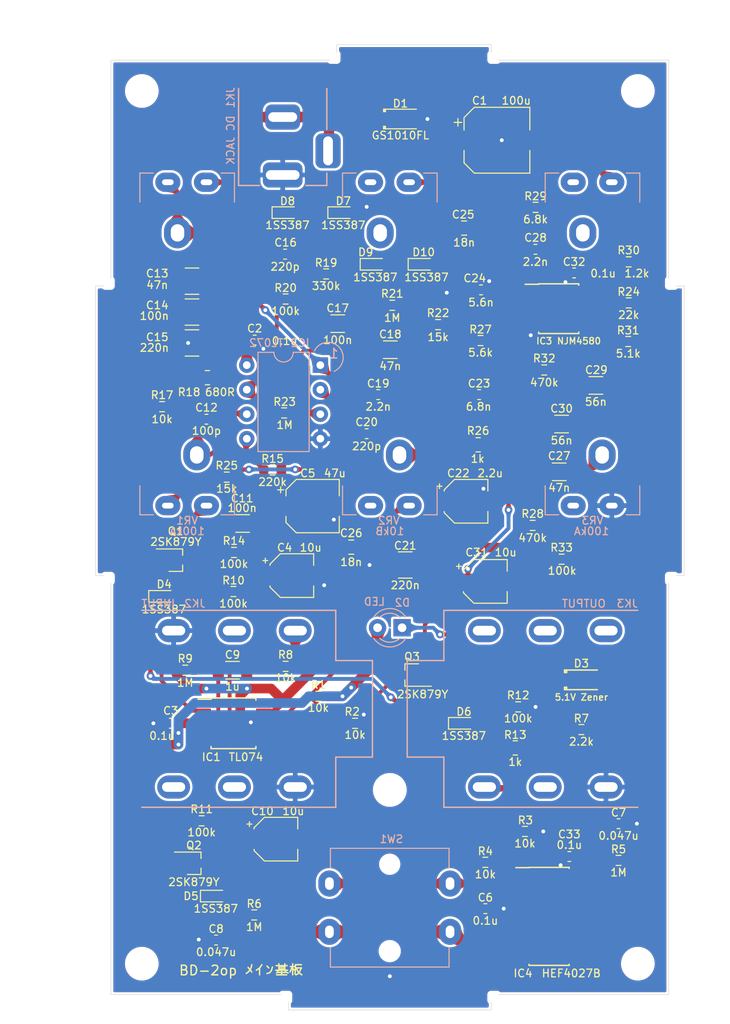
<source format=kicad_pcb>
(kicad_pcb (version 20211014) (generator pcbnew)
  (layers (0 "F.Cu" signal) (31 "B.Cu" signal) (34 "B.Paste" user) (35 "F.Paste" user) (36 "B.SilkS" user "B.Silkscreen") (37 "F.SilkS" user "F.Silkscreen") (38 "B.Mask" user) (39 "F.Mask" user) (44 "Edge.Cuts" user))
  (net 0 "")
  (net 1 "Net-(C4-Pad1)")
  (net 2 "Net-(C9-Pad1)")
  (net 3 "GND")
  (net 4 "Net-(C9-Pad2)")
  (net 5 "ON")
  (net 6 "+9V")
  (net 7 "+4.5V")
  (net 8 "Net-(C6-Pad1)")
  (net 9 "OFF")
  (net 10 "Net-(C20-Pad1)")
  (net 11 "Net-(C21-Pad1)")
  (net 12 "Net-(C25-Pad1)")
  (net 13 "Net-(C26-Pad1)")
  (net 14 "Net-(C16-Pad1)")
  (net 15 "Net-(C17-Pad1)")
  (net 16 "Net-(C17-Pad2)")
  (net 17 "Net-(C18-Pad2)")
  (net 18 "Net-(C10-Pad1)")
  (net 19 "Net-(C10-Pad2)")
  (net 20 "Net-(C11-Pad1)")
  (net 21 "Net-(C11-Pad2)")
  (net 22 "Net-(C27-Pad2)")
  (net 23 "Net-(C28-Pad1)")
  (net 24 "Net-(C29-Pad1)")
  (net 25 "Net-(C30-Pad1)")
  (net 26 "Net-(C27-Pad1)")
  (net 27 "Net-(C19-Pad1)")
  (net 28 "Net-(C28-Pad2)")
  (net 29 "Net-(C31-Pad2)")
  (net 30 "Net-(C23-Pad1)")
  (net 31 "Net-(D5-Pad2)")
  (net 32 "Net-(D6-Pad2)")
  (net 33 "Net-(D7-Pad1)")
  (net 34 "Net-(D10-Pad1)")
  (net 35 "Net-(IC1-Pad6)")
  (net 36 "Net-(D2-Pad1)")
  (net 37 "Net-(JK3-PadT)")
  (net 38 "Net-(IC1-Pad10)")
  (net 39 "Net-(D4-Pad2)")
  (net 40 "Net-(R3-Pad1)")
  (net 41 "Net-(R17-Pad2)")
  (net 42 "Net-(R25-Pad2)")
  (net 43 "Net-(IC1-Pad1)")
  (net 44 "Net-(VR2-Pad2)")
  (net 45 "Net-(IC4-Pad1)")
  (net 46 "Net-(IC4-Pad2)")
  (net 49 "Net-(JK2-PadT)")
  (net 62 "Net-(C12-Pad1)")
  (net 63 "Net-(C12-Pad2)")
  (net 64 "Net-(C13-Pad1)")
  (net 65 "Net-(C20-Pad2)")
  (net 66 "Net-(IC3-Pad5)")
  (net 67 "Net-(IC3-Pad6)")
  (net 69 "Net-(D3-Pad2)")
  (footprint "myFoot:D_SOD-523_HandSoldering" (layer "F.Cu") (at -18.02 -11.8)
    (fp_text reference "D5")
    (fp_text value "1SS387")
  )
  (footprint "myFoot:my_TSSOP-14" (layer "F.Cu") (at -16.2 -29.7)
    (fp_text reference "IC1")
    (fp_text value "TL074")
  )
  (footprint "myFoot:my_D_SOD-123" (layer "F.Cu") (at 19.85 -34.2)
    (fp_text reference "D3")
    (fp_text value "5.1V Zener")
  )
  (footprint "myFoot:kado" (layer "F.Cu") (at -28.8 -45.1 90)
    (fp_text reference "r" hide)
    (fp_text value "h" hide)
  )
  (footprint "Capacitor_SMD:CP_Elec_6.3x5.4_Nichicon" (layer "F.Cu") (at 11.1 -90.1)
    (fp_text reference "C1")
    (fp_text value "100u")
  )
  (footprint "Capacitor_SMD:C_1210_3225Metric" (layer "F.Cu") (at -20.5 -69.1 180)
    (fp_text reference "C15")
    (fp_text value "220n")
  )
  (footprint "Resistor_SMD:R_0603_1608Metric_Pad0.98x0.95mm_HandSolder" (layer "F.Cu") (at 23.7 -15.5)
    (fp_text reference "R5")
    (fp_text value "1M")
  )
  (footprint "Resistor_SMD:R_0603_1608Metric_Pad0.98x0.95mm_HandSolder" (layer "F.Cu") (at -6.6 -76.25)
    (fp_text reference "R19")
    (fp_text value "330k")
  )
  (footprint "Resistor_SMD:R_0603_1608Metric_Pad0.98x0.95mm_HandSolder" (layer "F.Cu") (at -3.6 -29.7)
    (fp_text reference "R2")
    (fp_text value "10k")
  )
  (footprint "Resistor_SMD:R_0603_1608Metric_Pad0.98x0.95mm_HandSolder" (layer "F.Cu") (at -16.2 -43.35)
    (fp_text reference "R10")
    (fp_text value "100k")
  )
  (footprint "Capacitor_SMD:C_1206_3216Metric" (layer "F.Cu") (at 17.8 -60.7)
    (fp_text reference "C30")
    (fp_text value "56n")
  )
  (footprint "Capacitor_SMD:C_0805_2012Metric" (layer "F.Cu") (at 7.7 -81)
    (fp_text reference "C25")
    (fp_text value "18n")
  )
  (footprint "Resistor_SMD:R_0603_1608Metric_Pad0.98x0.95mm_HandSolder" (layer "F.Cu") (at 0.25 -73)
    (fp_text reference "R21")
    (fp_text value "1M")
  )
  (footprint "Capacitor_SMD:C_1210_3225Metric" (layer "F.Cu") (at 1.6 -46.1 180)
    (fp_text reference "C21")
    (fp_text value "220n")
  )
  (footprint "myFoot:kado" (layer "F.Cu") (at 10.4 -1.7 180)
    (fp_text reference "r" hide)
    (fp_text value "h" hide)
  )
  (footprint "Resistor_SMD:R_0603_1608Metric_Pad0.98x0.95mm_HandSolder" (layer "F.Cu") (at 24.7 -69.25)
    (fp_text reference "R31")
    (fp_text value "5.1k")
  )
  (footprint "Capacitor_SMD:C_1206_3216Metric" (layer "F.Cu") (at -15.25 -50.4 180)
    (fp_text reference "C11")
    (fp_text value "100n")
  )
  (footprint "Resistor_SMD:R_0805_2012Metric" (layer "F.Cu") (at 9.15 -58.55 180)
    (fp_text reference "R26")
    (fp_text value "1k")
  )
  (footprint "myFoot:my_SOIC-16_3.9x9.9mm_Pitch1.27mm" (layer "F.Cu") (at 16.5 -9.7)
    (fp_text reference "IC4")
    (fp_text value "HEF4027B")
  )
  (footprint "Capacitor_SMD:C_0603_1608Metric_Pad1.08x0.95mm_HandSolder" (layer "F.Cu") (at -19 -61.2)
    (fp_text reference "C12")
    (fp_text value "100p")
  )
  (footprint "Package_TO_SOT_SMD:SOT-323_SC-70_Handsoldering" (layer "F.Cu") (at -20.3 -15.2)
    (fp_text reference "Q2")
    (fp_text value "2SK879Y")
  )
  (footprint "Capacitor_SMD:C_0603_1608Metric_Pad1.08x0.95mm_HandSolder" (layer "F.Cu") (at -14 -69.4)
    (fp_text reference "C2")
    (fp_text value "0.1u")
  )
  (footprint "myFoot:Hole_0.4mm" (layer "F.Cu") (at 0 -22.8)
    (fp_text reference "r" hide)
    (fp_text value "h" hide)
  )
  (footprint "Resistor_SMD:R_0603_1608Metric_Pad0.98x0.95mm_HandSolder" (layer "F.Cu") (at -14.05 -9.85)
    (fp_text reference "R6")
    (fp_text value "1M")
  )
  (footprint "Package_TO_SOT_SMD:SOT-323_SC-70_Handsoldering" (layer "F.Cu") (at -22.2 -46.6)
    (fp_text reference "Q1")
    (fp_text value "2SK879Y")
  )
  (footprint "Resistor_SMD:R_0603_1608Metric_Pad0.98x0.95mm_HandSolder" (layer "F.Cu") (at 5 -71)
    (fp_text reference "R22")
    (fp_text value "15k")
  )
  (footprint "Capacitor_SMD:C_0603_1608Metric_Pad1.08x0.95mm_HandSolder" (layer "F.Cu") (at -1.2 -63.75)
    (fp_text reference "C19")
    (fp_text value "2.2n")
  )
  (footprint "Capacitor_SMD:C_0603_1608Metric_Pad1.08x0.95mm_HandSolder" (layer "F.Cu") (at 19.1 -76.35 180)
    (fp_text reference "C32")
    (fp_text value "0.1u")
  )
  (footprint "Resistor_SMD:R_0603_1608Metric_Pad0.98x0.95mm_HandSolder" (layer "F.Cu") (at 17.8 -46.7)
    (fp_text reference "R33")
    (fp_text value "100k")
  )
  (footprint "Resistor_SMD:R_0603_1608Metric_Pad0.98x0.95mm_HandSolder" (layer "F.Cu") (at 9.4 -69.35)
    (fp_text reference "R27")
    (fp_text value "5.6k")
  )
  (footprint "Resistor_SMD:R_0603_1608Metric_Pad0.98x0.95mm_HandSolder" (layer "F.Cu") (at 24.75 -73.25)
    (fp_text reference "R24")
    (fp_text value "22k")
  )
  (footprint "myFoot:Hole_0.4mm" (layer "F.Cu") (at 25.7 -95.2)
    (fp_text reference "r" hide)
    (fp_text value "h" hide)
  )
  (footprint "myFoot:kado" (layer "F.Cu") (at -10.4 -1.7 90)
    (fp_text reference "r" hide)
    (fp_text value "h" hide)
  )
  (footprint "myFoot:D_SOD-523_HandSoldering" (layer "F.Cu") (at -10.6 -82.6)
    (fp_text reference "D8")
    (fp_text value "1SS387")
  )
  (footprint "Resistor_SMD:R_0603_1608Metric_Pad0.98x0.95mm_HandSolder" (layer "F.Cu") (at -23.6 -62.5 180)
    (fp_text reference "R17")
    (fp_text value "10k")
  )
  (footprint "myFoot:my_SOIC-8_3.9x4.9mm_Pitch1.27mm" (layer "F.Cu") (at 17.5 -72.65)
    (fp_text reference "IC3")
    (fp_text value "NJM4580")
  )
  (footprint "Resistor_SMD:R_0603_1608Metric_Pad0.98x0.95mm_HandSolder" (layer "F.Cu") (at -7.4 -32.5 180)
    (fp_text reference "R1")
    (fp_text value "10k")
  )
  (footprint "myFoot:Hole_0.4mm" (layer "F.Cu") (at -25.7 -4.8)
    (fp_text reference "r" hide)
    (fp_text value "h" hide)
  )
  (footprint "Capacitor_SMD:C_0603_1608Metric_Pad1.08x0.95mm_HandSolder" (layer "F.Cu") (at 9.45 -74.6)
    (fp_text reference "C24")
    (fp_text value "5.6n")
  )
  (footprint "myFoot:kado" (layer "F.Cu") (at -28.8 -74.9)
    (fp_text reference "r" hide)
    (fp_text value "h" hide)
  )
  (footprint "Resistor_SMD:R_0603_1608Metric_Pad0.98x0.95mm_HandSolder" (layer "F.Cu") (at 9.9 -15.3)
    (fp_text reference "R4")
    (fp_text value "10k")
  )
  (footprint "Capacitor_SMD:C_0603_1608Metric_Pad1.08x0.95mm_HandSolder" (layer "F.Cu") (at 18.6 -15.9 180)
    (fp_text reference "C33")
    (fp_text value "0.1u")
  )
  (footprint "myFoot:kado" (layer "F.Cu") (at 28.8 -74.9 -90)
    (fp_text reference "r" hide)
    (fp_text value "h" hide)
  )
  (footprint "Resistor_SMD:R_0603_1608Metric_Pad0.98x0.95mm_HandSolder" (layer "F.Cu") (at -10.8 -73.65)
    (fp_text reference "R20")
    (fp_text value "100k")
  )
  (footprint "Capacitor_SMD:CP_Elec_4x5.4" (layer "F.Cu") (at 9.9 -44.4)
    (fp_text reference "C31")
    (fp_text value "10u")
  )
  (footprint "myFoot:D_SOD-523_HandSoldering" (layer "F.Cu") (at 3.5 -77.25)
    (fp_text reference "D10")
    (fp_text value "1SS387")
  )
  (footprint "myFoot:D_SOD-523_HandSoldering" (layer "F.Cu") (at 7.68 -29.7)
    (fp_text reference "D6")
    (fp_text value "1SS387")
  )
  (footprint "myFoot:kado" (layer "F.Cu") (at -5.4 -98.3)
    (fp_text reference "r" hide)
    (fp_text value "h" hide)
  )
  (footprint "Resistor_SMD:R_0603_1608Metric_Pad0.98x0.95mm_HandSolder" (layer "F.Cu") (at 15.1 -83.15)
    (fp_text reference "R29")
    (fp_text value "6.8k")
  )
  (footprint "Capacitor_SMD:C_1206_3216Metric" (layer "F.Cu") (at -16.3 -35.2)
    (fp_text reference "C9")
    (fp_text value "1u")
  )
  (footprint "Resistor_SMD:R_0603_1608Metric_Pad0.98x0.95mm_HandSolder" (layer "F.Cu") (at -19.5 -19.6)
    (fp_text reference "R11")
    (fp_text value "100k")
  )
  (footprint "Capacitor_SMD:C_1206_3216Metric" (layer "F.Cu") (at 17.55 -55.75)
    (fp_text reference "C27")
    (fp_text value "47n")
  )
  (footprint "Resistor_SMD:R_0603_1608Metric_Pad0.98x0.95mm_HandSolder" (layer "F.Cu") (at -16.9 -55.2 180)
    (fp_text reference "R25")
    (fp_text value "15k")
  )
  (footprint "myFoot:Hole_0.4mm" (layer "F.Cu") (at -25.7 -95.2)
    (fp_text reference "r" hide)
    (fp_text value "h" hide)
  )
  (footprint "Capacitor_SMD:C_0603_1608Metric_Pad1.08x0.95mm_HandSolder" (layer "F.Cu") (at 9.25 -63.75 180)
    (fp_text reference "C23")
    (fp_text value "6.8n")
  )
  (footprint "Capacitor_SMD:C_0603_1608Metric_Pad1.08x0.95mm_HandSolder" (layer "F.Cu") (at -10.85 -78.3 180)
    (fp_text reference "C16")
    (fp_text value "220p")
  )
  (footprint "Resistor_SMD:R_0603_1608Metric_Pad0.98x0.95mm_HandSolder" (layer "F.Cu") (at -10.95 -61.85 180)
    (fp_text reference "R23")
    (fp_text value "1M")
  )
  (footprint "Capacitor_SMD:CP_Elec_5x5.4" (layer "F.Cu") (at -8 -52.2)
    (fp_text reference "C5")
    (fp_text value "47u")
  )
  (footprint "Resistor_SMD:R_0603_1608Metric_Pad0.98x0.95mm_HandSolder" (layer "F.Cu") (at -12.15 -55.95)
    (fp_text reference "R15")
    (fp_text value "220k")
  )
  (footprint "Capacitor_SMD:C_0603_1608Metric_Pad1.08x0.95mm_HandSolder" (layer "F.Cu") (at 15.0875 -78.8 180)
    (fp_text reference "C28")
    (fp_text value "2.2n")
  )
  (footprint "myFoot:D_SOD-523_HandSoldering" (layer "F.Cu") (at -1.47 -77.25)
    (fp_text reference "D9")
    (fp_text value "1SS387")
  )
  (footprint "Capacitor_SMD:CP_Elec_4x5.4" (layer "F.Cu") (at -10.15 -45)
    (fp_text reference "C4")
    (fp_text value "10u")
  )
  (footprint "Capacitor_SMD:CP_Elec_4x5.4" (layer "F.Cu") (at 7.9 -52.7)
    (fp_text reference "C22")
    (fp_text value "2.2u")
  )
  (footprint "myFoot:kado" (layer "F.Cu") (at 28.8 -45.1 180)
    (fp_text reference "r" hide)
    (fp_text value "h" hide)
  )
  (footprint "myFoot:my_D_GS1010FL" (layer "F.Cu") (at 1.1 -92.3)
    (fp_text reference "D1")
    (fp_text value "GS1010FL")
  )
  (footprint "Capacitor_SMD:C_0603_1608Metric_Pad1.08x0.95mm_HandSolder" (layer "F.Cu") (at -18 -7.25 180)
    (fp_text reference "C8")
    (fp_text value "0.047u")
  )
  (footprint "Capacitor_SMD:CP_Elec_4x5.4" (layer "F.Cu") (at -11.8 -17.7)
    (fp_text reference "C10")
    (fp_text value "10u")
  )
  (footprint "Capacitor_SMD:C_1210_3225Metric" (layer "F.Cu") (at -20.5 -72.3 180)
    (fp_text reference "C14")
    (fp_text value "100n")
  )
  (footprint "Resistor_SMD:R_0603_1608Metric_Pad0.98x0.95mm_HandSolder" (layer "F.Cu") (at -10.8 -35.6 180)
    (fp_text reference "R8")
    (fp_text value "10k")
  )
  (footprint "Package_TO_SOT_SMD:SOT-323_SC-70_Handsoldering" (layer "F.Cu") (at 2.3 -34.7 180)
    (fp_text reference "Q3")
    (fp_text value "2SK879Y")
  )
  (footprint "Resistor_SMD:R_0603_1608Metric_Pad0.98x0.95mm_HandSolder" (layer "F.Cu") (at -21.2 -35.2 180)
    (fp_text reference "R9")
    (fp_text value "1M")
  )
  (footprint "Capacitor_SMD:C_1206_3216Metric" (layer "F.Cu") (at 21.35 -64.7 180)
    (fp_text reference "C29")
    (fp_text value "56n")
  )
  (footprint "Capacitor_SMD:C_0603_1608Metric_Pad1.08x0.95mm_HandSolder" (layer "F.Cu") (at 23.7 -19.3)
    (fp_text reference "C7")
    (fp_text value "0.047u")
  )
  (footprint "Capacitor_SMD:C_0805_2012Metric" (layer "F.Cu") (at -4 -47.95 180)
    (fp_text reference "C26")
    (fp_text value "18n")
  )
  (footprint "Resistor_SMD:R_0603_1608Metric_Pad0.98x0.95mm_HandSolder" (layer "F.Cu") (at -16.15 -47.4)
    (fp_text reference "R14")
    (fp_text value "100k")
  )
  (footprint "Capacitor_SMD:C_0603_1608Metric_Pad1.08x0.95mm_HandSolder" (layer "F.Cu") (at -2.4 -59.7 180)
    (fp_text reference "C20")
    (fp_text value "220p")
  )
  (footprint "Resistor_SMD:R_0603_1608Metric_Pad0.98x0.95mm_HandSolder" (layer "F.Cu") (at 24.75 -77.5)
    (fp_text reference "R30")
    (fp_text value "1.2k")
  )
  (footprint "Resistor_SMD:R_0603_1608Metric_Pad0.98x0.95mm_HandSolder" (layer "F.Cu") (at 13.3 -31.4)
    (fp_text reference "R12")
    (fp_text value "100k")
  )
  (footprint "myFoot:Hole_0.4mm" (layer "F.Cu") (at 25.7 -4.8)
    (fp_text reference "r" hide)
    (fp_text value "h" hide)
  )
  (footprint "Capacitor_SMD:C_0603_1608Metric_Pad1.08x0.95mm_HandSolder" (layer "F.Cu") (at 9.9 -10.5)
    (fp_text reference "C6")
    (fp_text value "0.1u")
  )
  (footprint "Resistor_SMD:R_0603_1608Metric_Pad0.98x0.95mm_HandSolder" (layer "F.Cu") (at 19.85 -29.05)
    (fp_text reference "R7")
    (fp_text value "2.2k")
  )
  (footprint "Resistor_SMD:R_0603_1608Metric_Pad0.98x0.95mm_HandSolder" (layer "F.Cu") (at 16 -66.3 180)
    (fp_text reference "R32")
    (fp_text value "470k")
  )
  (footprint "Capacitor_SMD:C_1206_3216Metric" (layer "F.Cu") (at 0.05 -68.4)
    (fp_text reference "C18")
    (fp_text value "47n")
  )
  (footprint "Capacitor_SMD:C_1210_3225Metric" (layer "F.Cu") (at -20.5 -75.5 180)
    (fp_text reference "C13")
    (fp_text value "47n")
  )
  (footprint "Resistor_SMD:R_0603_1608Metric_Pad0.98x0.95mm_HandSolder" (layer "F.Cu") (at 14 -18.5)
    (fp_text reference "R3")
    (fp_text value "10k")
  )
  (footprint "myFoot:D_SOD-523_HandSoldering" (layer "F.Cu") (at -23.38 -42.85)
    (fp_text reference "D4")
    (fp_text value "1SS387")
  )
  (footprint "myFoot:D_SOD-523_HandSoldering" (layer "F.Cu") (at -4.82 -82.6)
    (fp_text reference "D7")
    (fp_text value "1SS387")
  )
  (footprint "Resistor_SMD:R_0805_2012Metric" (layer "F.Cu") (at 13 -27.15)
    (fp_text reference "R13")
    (fp_text value "1k")
  )
  (footprint "Capacitor_SMD:C_0603_1608Metric_Pad1.08x0.95mm_HandSolder" (layer "F.Cu") (at -22.7 -29.7 180)
    (fp_text reference "C3")
    (fp_text value "0.1u")
  )
  (footprint "Resistor_SMD:R_0603_1608Metric_Pad0.98x0.95mm_HandSolder" (layer "F.Cu") (at 14.8 -50.2)
    (fp_text reference "R28")
    (fp_text value "470k")
  )
  (footprint "Capacitor_SMD:C_1206_3216Metric" (layer "F.Cu") (at -5.4 -71.1)
    (fp_text reference "C17")
    (fp_text value "100n")
  )
  (footprint "myFoot:kado" (layer "F.Cu") (at 10.4 -98.3 -90)
    (fp_text reference "r" hide)
    (fp_text value "h" hide)
  )
  (footprint "Resistor_SMD:R_0805_2012Metric" (layer "F.Cu") (at -18.9 -65.5)
    (fp_text reference "R18")
    (fp_text value "680R")
  )
  (footprint "myFoot:my_LED_3mm" (layer "B.Cu") (at 0 -39.6 180)
    (fp_text reference "D2")
    (fp_text value "LED")
  )
  (footprint "myFoot:my_Phone_Jack_Daier" (layer "B.Cu") (at -28 -31.2)
    (fp_text reference "JK2")
    (fp_text value "INPUT")
  )
  (footprint "myFoot:my_Phone_Jack_Daier" (layer "B.Cu") (at 28 -31.2 180)
    (fp_text reference "JK3")
    (fp_text value "OUTPUT")
  )
  (footprint "myFoot:my_pot_slide_20mm_travel" (layer "B.Cu") (at -21 -69 90)
    (fp_text reference "VR1")
    (fp_text value "100kA")
  )
  (footprint "myFoot:my_SKHCBFA010" (layer "B.Cu") (at 6.24 -13.1 180)
    (fp_text reference "SW1")
    (fp_text value "SW_Push" hide)
  )
  (footprint "Package_DIP:DIP-8_W7.62mm" (layer "B.Cu") (at -7.2 -66.8 180)
    (fp_text reference "IC2")
    (fp_text value "TL072")
  )
  (footprint "myFoot:my_pot_slide_20mm_travel" (layer "B.Cu") (at 21 -69 90)
    (fp_text reference "VR3")
    (fp_text value "100kA")
  )
  (footprint "myFoot:my_pot_slide_20mm_travel" (layer "B.Cu") (at 0 -69 90)
    (fp_text reference "VR2")
    (fp_text value "10kB")
  )
  (footprint "myFoot:my_DC_Jack" (layer "B.Cu") (at -11.1 -100 -90)
    (fp_text reference "JK1")
    (fp_text value "DC JACK")
  )
  (gr_arc (start -7.799999 -68.3) (mid -5.26117 -68.673808) (end -5.783419 -66.161311) (layer "B.SilkS") (width 0.12))
  (gr_line (start 28.9 -45) (end 30.5 -45) (layer "Edge.Cuts") (width 0.05))
  (gr_line (start 28.9 -1.6) (end 28.9 -45) (layer "Edge.Cuts") (width 0.05))
  (gr_line (start -28.9 -1.6) (end -10.5 -1.6) (layer "Edge.Cuts") (width 0.05))
  (gr_line (start 10.5 -1.6) (end 28.9 -1.6) (layer "Edge.Cuts") (width 0.05))
  (gr_line (start -10.5 0) (end 10.5 0) (layer "Edge.Cuts") (width 0.05))
  (gr_line (start 10.5 -100) (end -5.5 -100) (layer "Edge.Cuts") (width 0.05))
  (gr_line (start -28.9 -75) (end -30.5 -75) (layer "Edge.Cuts") (width 0.05))
  (gr_line (start 28.9 -75) (end 28.9 -98.4) (layer "Edge.Cuts") (width 0.05))
  (gr_line (start 28.9 -98.4) (end 10.5 -98.4) (layer "Edge.Cuts") (width 0.05))
  (gr_line (start -30.5 -45) (end -28.9 -45) (layer "Edge.Cuts") (width 0.05))
  (gr_line (start -5.5 -98.4) (end -28.9 -98.4) (layer "Edge.Cuts") (width 0.05))
  (gr_line (start 30.5 -75) (end 28.9 -75) (layer "Edge.Cuts") (width 0.05))
  (gr_line (start 30.5 -45) (end 30.5 -75) (layer "Edge.Cuts") (width 0.05))
  (gr_line (start 10.5 0) (end 10.5 -1.6) (layer "Edge.Cuts") (width 0.05))
  (gr_line (start -5.5 -100) (end -5.5 -98.4) (layer "Edge.Cuts") (width 0.05))
  (gr_line (start 10.5 -98.4) (end 10.5 -100) (layer "Edge.Cuts") (width 0.05))
  (gr_line (start -28.9 -98.4) (end -28.9 -75) (layer "Edge.Cuts") (width 0.05))
  (gr_line (start -30.5 -70) (end -30.5 -45) (layer "Edge.Cuts") (width 0.05))
  (gr_line (start -30.5 -75) (end -30.5 -70) (layer "Edge.Cuts") (width 0.05))
  (gr_line (start -10.5 -1.6) (end -10.5 0) (layer "Edge.Cuts") (width 0.05))
  (gr_line (start -28.9 -45) (end -28.9 -1.6) (layer "Edge.Cuts") (width 0.05))
  (gr_text "1" (at -5.8 -68) (layer "B.SilkS") (effects (font (size 1 1)) (justify mirror)))
  (gr_text "BD-2op メイン基板" (at -15.4 -4.1) (layer "F.SilkS") (effects (font (size 1 1))))
  (segment (start -5.5 -41.4) (end -5.5 -35.3125) (width 0.4) (layer "F.Cu") (net 1))
  (segment (start -9.575 -31.725) (end -9.0875 -31.725) (width 0.4) (layer "F.Cu") (net 1))
  (segment (start -13.05 -30.35) (end -10.95 -30.35) (width 0.4) (layer "F.Cu") (net 1))
  (segment (start -5.5125 -29.7) (end -8.3125 -32.5) (width 0.4) (layer "F.Cu") (net 1))
  (segment (start -9.0875 -31.725) (end -8.3125 -32.5) (width 0.4) (layer "F.Cu") (net 1))
  (segment (start -5.5 -35.3125) (end -8.3125 -32.5) (width 0.4) (layer "F.Cu") (net 1))
  (segment (start -9.4 -42.9) (end -7 -42.9) (width 0.4) (layer "F.Cu") (net 1))
  (segment (start -4.5125 -29.7) (end -5.5125 -29.7) (width 0.4) (layer "F.Cu") (net 1))
  (segment (start -10.95 -30.35) (end -9.575 -31.725) (width 0.4) (layer "F.Cu") (net 1))
  (segment (start -7 -42.9) (end -5.5 -41.4) (width 0.4) (layer "F.Cu") (net 1))
  (segment (start -11.5 -45) (end -9.4 -42.9) (width 0.4) (layer "F.Cu") (net 1))
  (segment (start -11.95 -45) (end -11.5 -45) (width 0.4) (layer "F.Cu") (net 1))
  (segment (start -17.775 -35.2) (end -20.2875 -35.2) (width 0.4) (layer "F.Cu") (net 2))
  (segment (start -18.2 -30.35) (end -17.775 -30.775) (width 0.4) (layer "F.Cu") (net 2))
  (segment (start -19.35 -30.35) (end -18.2 -30.35) (width 0.4) (layer "F.Cu") (net 2))
  (segment (start -17.775 -30.775) (end -17.775 -35.2) (width 0.4) (layer "F.Cu") (net 2))
  (segment (start 5.6 -76.1) (end 5.9 -75.8) (width 1) (layer "F.Cu") (net 3))
  (segment (start -14.3 -29.7) (end -14.4 -29.8) (width 0.4) (layer "F.Cu") (net 3))
  (segment (start 13.6 -10.335) (end 11.965 -10.335) (width 0.4) (layer "F.Cu") (net 3))
  (segment (start 14.575 -6.525) (end 15.4 -5.7) (width 0.4) (layer "F.Cu") (net 3))
  (segment (start -24.5 -29.7) (end -23.5625 -29.7) (width 1) (layer "F.Cu") (net 3))
  (segment (start 10.7625 -10.5) (end 11.8 -10.5) (width 1) (layer "F.Cu") (net 3))
  (segment (start 0.125 -46.1) (end -2.1 -46.1) (width 1) (layer "F.Cu") (net 3))
  (segment (start -18.9125 -7.3) (end -18.8625 -7.25) (width 1) (layer "F.Cu") (net 3))
  (segment (start -13.1375 -69.4) (end -13.1375 -68.5375) (width 0.4) (layer "F.Cu") (net 3))
  (segment (start -21.975 -75.5) (end -21.975 -72.3) (width 1.25) (layer "F.Cu") (net 3))
  (segment (start 15.4 -5.7) (end 14.955 -5.255) (width 1) (layer "F.Cu") (net 3))
  (segment (start -3.4 -84.2) (end -2.4 -83.2) (width 1) (layer "F.Cu") (net 3))
  (segment (start 10.3125 -74.6) (end 10.3125 -75.4875) (width 1) (layer "F.Cu") (net 3))
  (segment (start 4.4 -80.7) (end 4.4 -77.25) (width 1) (layer "F.Cu") (net 3))
  (segment (start 17.7 -15) (end 17.7 -8) (width 1) (layer "F.Cu") (net 3))
  (segment (start -11.5 -83.2) (end -10.5 -84.2) (width 1) (layer "F.Cu") (net 3))
  (segment (start 4.4 -77.25) (end 4.45 -77.25) (width 1) (layer "F.Cu") (net 3))
  (segment (start -2.6875 -30.5875) (end -2.7 -30.6) (width 1) (layer "F.Cu") (net 3))
  (segment (start -4.95 -49.95) (end -5.8 -50.8) (width 1) (layer "F.Cu") (net 3))
  (segment (start -21.975 -69.1) (end -21.975 -72.3) (width 1.25) (layer "F.Cu") (net 3))
  (segment (start 24.5625 -19.3) (end 25.6 -19.3) (width 1) (layer "F.Cu") (net 3))
  (segment (start 14.9125 -18.5) (end 15.9 -18.5) (width 1) (layer "F.Cu") (net 3))
  (segment (start 5.9125 -74.2875) (end 5.9 -74.3) (width 1) (layer "F.Cu") (net 3))
  (segment (start -2.6875 -29.7) (end -2.6875 -30.5875) (width 1) (layer "F.Cu") (net 3))
  (segment (start -13.1375 -68.5375) (end -13.1 -68.5) (width 0.4) (layer "F.Cu") (net 3))
  (segment (start 5.9125 -71) (end 5.9125 -74.2875) (width 1) (layer "F.Cu") (net 3))
  (segment (start 13.6 -6.525) (end 14.575 -6.525) (width 0.4) (layer "F.Cu") (net 3))
  (segment (start 17.7375 -15.9) (end 17.7375 -15.0375) (width 1) (layer "F.Cu") (net 3))
  (segment (start 14.6 -70.745) (end 14.6 -69.9) (width 1) (layer "F.Cu") (net 3))
  (segment (start -13.05 -29.7) (end -14.3 -29.7) (width 0.4) (layer "F.Cu") (net 3))
  (segment (start 17.7375 -15.0375) (end 17.7 -15) (width 1) (layer "F.Cu") (net 3))
  (segment (start 13.8 -90.1) (end 11.6 -90.1) (width 1) (layer "F.Cu") (net 3))
  (segment (start 17.7 -8) (end 15.4 -5.7) (width 1) (layer "F.Cu") (net 3))
  (segment (start -19.8 -7.3) (end -18.9125 -7.3) (width 1) (layer "F.Cu") (net 3))
  (segment (start -7.8 -45) (end -6.8 -44) (width 1) (layer "F.Cu") (net 3))
  (segment (start -5.8 -50.8) (end -5.8 -52.2) (width 1) (layer "F.Cu") (net 3))
  (segment (start 4.45 -77.25) (end 5.6 -76.1) (width 1) (layer "F.Cu") (net 3))
  (segment (start 18.2375 -76.35) (end 18.2375 -75.4375) (width 1) (layer "F.Cu") (net 3))
  (segment (start -4.95 -47.95) (end -4.95 -47.35) (width 1) (layer "F.Cu") (net 3))
  (segment (start 18.2375 -75.4375) (end 18.2 -75.4) (width 1) (layer "F.Cu") (net 3))
  (segment (start 14.955 -5.255) (end 13.6 -5.255) (width 1) (layer "F.Cu") (net 3))
  (segment (start -11.5 -82.6) (end -11.5 -83.2) (width 1) (layer "F.Cu") (net 3))
  (segment (start -2.4 -83.2) (end 1.9 -83.2) (width 1) (layer "F.Cu") (net 3))
  (segment (start 2.9 -92.3) (end 3.9 -92.3) (width 1) (layer "F.Cu") (net 3))
  (segment (start -21.975 -69.1) (end -20.9 -69.1) (width 1) (layer "F.Cu") (net 3))
  (segment (start -4.95 -47.35) (end -3.7 -46.1) (width 1) (layer "F.Cu") (net 3))
  (segment (start 11.965 -10.335) (end 11.8 -10.5) (width 0.4) (layer "F.Cu") (net 3))
  (segment (start 1.9 -83.2) (end 4.4 -80.7) (width 1) (layer "F.Cu") (net 3))
  (segment (start -4.95 -47.95) (end -4.95 -49.95) (width 1) (layer "F.Cu") (net 3))
  (segment (start 10.3125 -75.4875) (end 10.3 -75.5) (width 1) (layer "F.Cu") (net 3))
  (segment (start -8.35 -45) (end -7.8 -45) (width 1) (layer "F.Cu") (net 3))
  (segment (start -10.5 -84.2) (end -3.4 -84.2) (width 1) (layer "F.Cu") (net 3))
  (segment (start 9.7 -52.7) (end 9.7 -54) (width 1) (layer "F.Cu") (net 3))
  (segment (start 14.2125 -31.4) (end 15.1 -31.4) (width 1) (layer "F.Cu") (net 3))
  (segment (start -3.7 -46.1) (end -2.1 -46.1) (width 1) (layer "F.Cu") (net 3))
  (segment (start 5.9 -75.8) (end 5.9 -74.3) (width 1) (layer "F.Cu") (net 3))
  (via (at -19.8 -7.3) (size 0.8) (drill 0.4) (layers "F.Cu" "B.Cu") (net 3))
  (via (at -5.8 -50.8) (size 0.8) (drill 0.4) (layers "F.Cu" "B.Cu") (net 3))
  (via (at 0 -3.5) (size 0.8) (drill 0.4) (layers "F.Cu" "B.Cu") (net 3))
  (via (at -14.4 -29.8) (size 0.8) (drill 0.4) (layers "F.Cu" "B.Cu") (net 3))
  (via (at 9.7 -54) (size 0.8) (drill 0.4) (layers "F.Cu" "B.Cu") (net 3))
  (via (at 17.7 -15) (size 0.8) (drill 0.4) (layers "F.Cu" "B.Cu") (net 3))
  (via (at 15.9 -18.5) (size 0.8) (drill 0.4) (layers "F.Cu" "B.Cu") (net 3))
  (via (at 5.9 -74.3) (size 0.8) (drill 0.4) (layers "F.Cu" "B.Cu") (net 3))
  (via (at -2.1 -46.1) (size 0.8) (drill 0.4) (layers "F.Cu" "B.Cu") (net 3))
  (via (at 11.6 -90.1) (size 0.8) (drill 0.4) (layers "F.Cu" "B.Cu") (net 3))
  (via (at -13.1 -68.5) (size 0.8) (drill 0.4) (layers "F.Cu" "B.Cu") (net 3))
  (via (at -6.8 -44) (size 0.8) (drill 0.4) (layers "F.Cu" "B.Cu") (net 3))
  (via (at 10.3 -75.5) (size 0.8) (drill 0.4) (layers "F.Cu" "B.Cu") (net 3))
  (via (at 11.8 -10.5) (size 0.8) (drill 0.4) (layers "F.Cu" "B.Cu") (net 3))
  (via (at -20.9 -69.1) (size 0.8) (drill 0.4) (layers "F.Cu" "B.Cu") (net 3))
  (via (at 18.2 -75.4) (size 0.8) (drill 0.4) (layers "F.Cu" "B.Cu") (net 3))
  (via (at -24.5 -29.7) (size 0.8) (drill 0.4) (layers "F.Cu" "B.Cu") (net 3))
  (via (at 15.1 -31.4) (size 0.8) (drill 0.4) (layers "F.Cu" "B.Cu") (net 3))
  (via (at 25.6 -19.3) (size 0.8) (drill 0.4) (layers "F.Cu" "B.Cu") (net 3))
  (via (at -2.4 -83.2) (size 0.8) (drill 0.4) (layers "F.Cu" "B.Cu") (net 3))
  (via (at 3.9 -92.3) (size 0.8) (drill 0.4) (layers "F.Cu" "B.Cu") (net 3))
  (via (at -2.7 -30.6) (size 0.8) (drill 0.4) (layers "F.Cu" "B.Cu") (net 3))
  (via (at 14.6 -69.9) (size 0.8) (drill 0.4) (layers "F.Cu" "B.Cu") (net 3))
  (segment (start -11.7125 -35.6) (end -14.425 -35.6) (width 0.4) (layer "F.Cu") (net 4))
  (segment (start -14.425 -35.6) (end -14.825 -35.2) (width 0.4) (layer "F.Cu") (net 4))
  (segment (start 21 -35.8) (end 22.5 -35.8) (width 0.4) (layer "F.Cu") (net 5))
  (segment (start 6.78 -29.7) (end 7.98 -28.5) (width 0.4) (layer "F.Cu") (net 5))
  (segment (start 22.8375 -19.3) (end 22.8375 -18.2625) (width 0.4) (layer "F.Cu") (net 5))
  (segment (start 10.8 -29.6) (end 10.8 -31.6) (width 0.4) (layer "F.Cu") (net 5))
  (segment (start 0.2 -32.4) (end 2.9 -29.7) (width 0.4) (layer "F.Cu") (net 5))
  (segment (start 22.8375 -20.1375) (end 22.8375 -19.3) (width 0.4) (layer "F.Cu") (net 5))
  (segment (start 25.6 -32.7) (end 25.6 -21.4) (width 0.4) (layer "F.Cu") (net 5))
  (segment (start 19.3 -32.9) (end 19.7 -33.3) (width 0.4) (layer "F.Cu") (net 5))
  (segment (start -24.8 -42.33) (end -24.8 -34.6) (width 0.4) (layer "F.Cu") (net 5))
  (segment (start -24.28 -42.85) (end -24.8 -42.33) (width 0.4) (layer "F.Cu") (net 5))
  (segment (start 22.5 -35.8) (end 25.6 -32.7) (width 0.4) (layer "F.Cu") (net 5))
  (segment (start 19.7 -34.5) (end 21 -35.8) (width 0.4) (layer "F.Cu") (net 5))
  (segment (start 0.1 -32.4) (end 0.2 -32.4) (width 0.4) (layer "F.Cu") (net 5))
  (segment (start 24.8 -20.6) (end 23.3 -20.6) (width 0.4) (layer "F.Cu") (net 5))
  (segment (start 12.1 -32.9) (end 19.3 -32.9) (width 0.4) (layer "F.Cu") (net 5))
  (segment (start 24.6125 -16.4875) (end 24.6125 -15.5) (width 0.4) (layer "F.Cu") (net 5))
  (segment (start 9.7 -28.5) (end 10.8 -29.6) (width 0.4) (layer "F.Cu") (net 5))
  (segment (start 23.3 -20.6) (end 22.8375 -20.1375) (width 0.4) (layer "F.Cu") (net 5))
  (segment (start 25.6 -21.4) (end 24.8 -20.6) (width 0.4) (layer "F.Cu") (net 5))
  (segment (start 2.9 -29.7) (end 6.78 -29.7) (width 0.4) (layer "F.Cu") (net 5))
  (segment (start 22.8375 -18.2625) (end 24.6125 -16.4875) (width 0.4) (layer "F.Cu") (net 5))
  (segment (start 10.8 -31.6) (end 12.1 -32.9) (width 0.4) (layer "F.Cu") (net 5))
  (segment (start 7.98 -28.5) (end 9.7 -28.5) (width 0.4) (layer "F.Cu") (net 5))
  (segment (start 19.7 -33.3) (end 19.7 -34.5) (width 0.4) (layer "F.Cu") (net 5))
  (via (at -24.8 -34.6) (size 0.8) (drill 0.4) (layers "F.Cu" "B.Cu") (net 5))
  (via (at 0.1 -32.4) (size 0.8) (drill 0.4) (layers "F.Cu" "B.Cu") (net 5))
  (segment (start -24.5 -34.3) (end -24.8 -34.6) (width 0.4) (layer "B.Cu") (net 5))
  (segment (start -24.5 -34.3) (end -1.8 -34.3) (width 0.4) (layer "B.Cu") (net 5))
  (segment (start -1.8 -34.3) (end 0.1 -32.4) (width 0.4) (layer "B.Cu") (net 5))
  (segment (start -26.4 -87.6) (end -26.4 -80.5) (width 1) (layer "F.Cu") (net 6))
  (segment (start 19.9625 -76.35) (end 19.9625 -74.9925) (width 1) (layer "F.Cu") (net 6))
  (segment (start -24.7 -27.5) (end -24.7 -24.7) (width 1) (layer "F.Cu") (net 6))
  (segment (start -17 -78) (end -23.9 -78) (width 1) (layer "F.Cu") (net 6))
  (segment (start 21.1 -92.1) (end 26.4 -86.8) (width 1) (layer "F.Cu") (net 6))
  (segment (start 12.465 -9.065) (end 12.1 -8.7) (width 0.4) (layer "F.Cu") (net 6))
  (segment (start -14.8625 -69.4) (end -14.8625 -70.6625) (width 1) (layer "F.Cu") (net 6))
  (segment (start -24.2 -77.6) (end -24.2 -65.5) (width 1) (layer "F.Cu") (net 6))
  (segment (start 13.6 -7.795) (end 12.205 -7.795) (width 0.4) (layer "F.Cu") (net 6))
  (segment (start 19.4 -9.065) (end 20.965 -9.065) (width 0.4) (layer "F.Cu") (net 6))
  (segment (start -24.7 -24.7) (end -26.5 -22.9) (width 1) (layer "F.Cu") (net 6))
  (segment (start -7.3 -92.5) (end -11.1 -92.5) (width 1) (layer "F.Cu") (net 6))
  (segment (start 21.3 -15) (end 21.3 -10.1) (width 1) (layer "F.Cu") (net 6))
  (segment (start 19.9625 -74.9925) (end 20.4 -74.555) (width 1) (layer "F.Cu") (net 6))
  (segment (start 6.4 -8.1) (end 6.24 -8.1) (width 1) (layer "F.Cu") (net 6))
  (segment (start -14.82 -69.3575) (end -14.8625 -69.4) (width 1) (layer "F.Cu") (net 6))
  (segment (start 19.4 -6.525) (end 21.225 -6.525) (width 0.4) (layer "F.Cu") (net 6))
  (segment (start -20.25 -5.25) (end -12.65 -5.25) (width 1) (layer "F.Cu") (net 6))
  (segment (start 13.6 -9.065) (end 12.465 -9.065) (width 0.4) (layer "F.Cu") (net 6))
  (segment (start 8.4 -90.1) (end 10.4 -92.1) (width 1) (layer "F.Cu") (net 6))
  (segment (start 19.4 -7.795) (end 21.005 -7.795) (width 0.4) (layer "F.Cu") (net 6))
  (segment (start -20.8 -29.7) (end -19.35 -29.7) (width 0.4) (layer "F.Cu") (net 6))
  (segment (start -20.8 -29.7) (end -21.8375 -29.7) (width 1) (layer "F.Cu") (net 6))
  (segment (start 12.1 -4.2) (end 12.4 -3.9) (width 0.4) (layer "F.Cu") (net 6))
  (segment (start 20.965 -9.065) (end 21.3 -9.4) (width 0.4) (layer "F.Cu") (net 6))
  (segment (start 20.35 -76.35) (end 19.9625 -76.35) (width 1) (layer "F.Cu") (net 6))
  (segment (start 21.3 -9.4) (end 21.3 -7.5) (width 1) (layer "F.Cu") (net 6))
  (segment (start 21.225 -6.525) (end 21.3 -6.6) (width 0.4) (layer "F.Cu") (net 6))
  (segment (start -26.4 -80.5) (end -24.2 -78.3) (width 1) (layer "F.Cu") (net 6))
  (segment (start -9.8 -8.1) (end -6.26 -8.1) (width 1) (layer "F.Cu") (net 6))
  (segment (start 20.4 -15.9) (end 21.3 -15) (width 1) (layer "F.Cu") (net 6))
  (segment (start 19.4 -14.145) (end 19.4 -15.8375) (width 1) (layer "F.Cu") (net 6))
  (segment (start -15.7 -76.7) (end -17 -78) (width 1) (layer "F.Cu") (net 6))
  (segment (start -1.27 -36.13) (end -1.27 -39.6) (width 1) (layer "F.Cu") (net 6))
  (segment (start -5.5 -92.3) (end -6.3 -91.5) (width 1) (layer "F.Cu") (net 6))
  (segment (start -21.5 -92.5) (end -11.1 -92.5) (width 1) (layer "F.Cu") (net 6))
  (segment (start 21.3 -7.5) (end 21.3 -6.6) (width 1) (layer "F.Cu") (net 6))
  (segment (start -4 -33.4) (end -1.27 -36.13) (width 1) (layer "F.Cu") (net 6))
  (segment (start -14.82 -66.8) (end -14.82 -69.3575) (width 1) (layer "F.Cu") (net 6))
  (segment (start 20.5 -3.9) (end 19.8 -3.9) (width 1) (layer "F.Cu") (net 6))
  (segment (start 19.4 -10.335) (end 21.065 -10.335) (width 0.4) (layer "F.Cu") (net 6))
  (segment (start -21.5 -92.5) (end -26.4 -87.6) (width 1) (layer "F.Cu") (net 6))
  (segment (start 12.4 -3.9) (end 10.6 -3.9) (width 1) (layer "F.Cu") (net 6))
  (segment (start -23.9 -78) (end -24.2 -78.3) (width 1) (layer "F.Cu") (net 6))
  (segment (start 21.3 -6.6) (end 21.3 -4.7) (width 1) (layer "F.Cu") (net 6))
  (segment (start -0.7 -92.3) (end -5.5 -92.3) (width 1) (layer "F.Cu") (net 6))
  (segment (start -0.7 -92.3) (end 1.5 -90.1) (width 1) (layer "F.Cu") (net 6))
  (segment (start -24.2 -65.5) (end -26.4 -63.3) (width 1) (layer "F.Cu") (net 6))
  (segment (start -24.7 -27.5) (end -21.9 -27.5) (width 1) (layer "F.Cu") (net 6))
  (segment (start 21.065 -10.335) (end 21.3 -10.1) (width 0.4) (layer "F.Cu") (net 6))
  (segment (start 21.005 -7.795) (end 21.3 -7.5) (width 0.4) (layer "F.Cu") (net 6))
  (segment (start 19.4 -5.255) (end 19.4 -4.3) (width 0.4) (layer "F.Cu") (net 6))
  (segment (start 19.4625 -15.9) (end 20.4 -15.9) (width 1) (layer "F.Cu") (net 6))
  (segment (start -6.3 -89) (end -6.3 -91.5) (width 1) (layer "F.Cu") (net 6))
  (segment (start 26.4 -86.8) (end 26.4 -82.4) (width 1) (layer "F.Cu") (net 6))
  (segment (start -15.7 -71.5) (end -15.7 -76.7) (width 1) (layer "F.Cu") (net 6))
  (segment (start 19.975 -76.3375) (end 19.9625 -76.35) (width 1) (layer "F.Cu") (net 6))
  (segment (start -21.9 -27.5) (end -21.9 -29.6375) (width 1) (layer "F.Cu") (net 6))
  (segment (start 12.1 -8.7) (end 12.1 -7.9) (width 0.4) (layer "F.Cu") (net 6))
  (segment (start -12.65 -5.25) (end -9.8 -8.1) (width 1) (layer "F.Cu") (net 6))
  (segment (start 10.6 -3.9) (end 6.4 -8.1) (width 1) (layer "F.Cu") (net 6))
  (segment (start -26.4 -63.3) (end -26.4 -29.2) (width 1) (layer "F.Cu") (net 6))
  (segment (start 12.1 -7.9) (end 12.1 -4.2) (width 0.4) (layer "F.Cu") (net 6))
  (segment (start 12.205 -7.795) (end 12.1 -7.9) (width 0.4) (layer "F.Cu") (net 6))
  (segment (start 19.4 -15.8375) (end 19.4625 -15.9) (width 1) (layer "F.Cu") (net 6))
  (segment (start 26.4 -82.4) (end 20.35 -76.35) (width 1) (layer "F.Cu") (net 6))
  (segment (start 1.5 -90.1) (end 8.4 -90.1) (width 1) (layer "F.Cu") (net 6))
  (segment (start -4.9 -32.5) (end -4 -33.4) (width 1) (layer "F.Cu") (net 6))
  (segment (start 10.4 -92.1) (end 21.1 -92.1) (width 1) (layer "F.Cu") (net 6))
  (segment (start -26.4 -29.2) (end -24.7 -27.5) (width 1) (layer "F.Cu") (net 6))
  (segment (start 21.3 -10.1) (end 21.3 -9.4) (width 1) (layer "F.Cu") (net 6))
  (segment (start -21.9 -29.6375) (end -21.8375 -29.7) (width 1) (layer "F.Cu") (net 6))
  (segment (start -24.2 -78.3) (end -24.2 -77.6) (width 1) (layer "F.Cu") (net 6))
  (segment (start 19.4 -4.3) (end 19.8 -3.9) (width 0.4) (layer "F.Cu") (net 6))
  (segment (start 21.3 -4.7) (end 20.5 -3.9) (width 1) (layer "F.Cu") (net 6))
  (segment (start -6.4875 -32.5) (end -4.9 -32.5) (width 1) (layer "F.Cu") (net 6))
  (segment (start -26.5 -11.5) (end -20.25 -5.25) (width 1) (layer "F.Cu") (net 6))
  (segment (start 19.8 -3.9) (end 12.4 -3.9) (width 1) (layer "F.Cu") (net 6))
  (segment (start -14.8625 -70.6625) (end -15.7 -71.5) (width 1) (layer "F.Cu") (net 6))
  (segment (start -26.5 -22.9) (end -26.5 -11.5) (width 1) (layer "F.Cu") (net 6))
  (segment (start -6.3 -91.5) (end -7.3 -92.5) (width 1) (layer "F.Cu") (net 6))
  (segment (start -6.26 -8.1) (end 6.24 -8.1) (width 1) (layer "F.Cu") (net 6))
  (via (at -21.9 -27.5) (size 0.8) (drill 0.4) (layers "F.Cu" "B.Cu") (net 6))
  (via (at -4.9 -32.5) (size 0.8) (drill 0.4) (layers "F.Cu" "B.Cu") (net 6))
  (via (at -4 -33.4) (size 0.8) (drill 0.4) (layers "F.Cu" "B.Cu") (net 6))
  (via (at -21.9 -28.7) (size 0.8) (drill 0.4) (layers "F.Cu" "B.Cu") (net 6))
  (segment (start -8.4 -32.5) (end -4.9 -32.5) (width 1) (layer "B.Cu") (net 6))
  (segment (start -9.1 -31.8) (end -8.4 -32.5) (width 1) (layer "B.Cu") (net 6))
  (segment (start -20.2 -31.8) (end -21.9 -30.1) (width 1) (layer "B.Cu") (net 6))
  (segment (start -21.9 -28.7) (end -21.9 -27.5) (width 1) (layer "B.Cu") (net 6))
  (segment (start -21.9 -30.1) (end -21.9 -28.7) (width 1) (layer "B.Cu") (net 6))
  (segment (start -20.2 -31.8) (end -9.1 -31.8) (width 1) (layer "B.Cu") (net 6))
  (segment (start -4.9 -32.5) (end -4 -33.4) (width 1) (layer "B.Cu") (net 6))
  (segment (start -15.2375 -43.4) (end -15.2875 -43.35) (width 1) (layer "F.Cu") (net 7))
  (segment (start -11.8625 -59.0625) (end -11.2375 -58.4375) (width 1) (layer "F.Cu") (net 7))
  (segment (start 4.1 -43.9) (end 5 -44.8) (width 1) (layer "F.Cu") (net 7))
  (segment (start 15.0875 -63.1875) (end 14.8 -62.9) (width 1) (layer "F.Cu") (net 7))
  (segment (start -20.7 -33.4) (end -20.6 -33.3) (width 1) (layer "F.Cu") (net 7))
  (segment (start 6.5 -47.9) (end 14.7 -47.9) (width 1) (layer "F.Cu") (net 7))
  (segment (start -10.05 -52.05) (end -10.2 -52.2) (width 1) (layer "F.Cu") (net 7))
  (segment (start -11.1 -32.1) (end -6.9 -36.3) (width 1) (layer "F.Cu") (net 7))
  (segment (start -11.2375 -55.95) (end -11.2375 -54.9375) (width 1) (layer "F.Cu") (net 7))
  (segment (start -20.6 -33.3) (end -19 -33.3) (width 1) (layer "F.Cu") (net 7))
  (segment (start -22.1125 -35.2) (end -22.1125 -34.8125) (width 1) (layer "F.Cu") (net 7))
  (segment (start -6.9 -36.3) (end -6.9 -40.4) (width 1) (layer "F.Cu") (net 7))
  (segment (start -22.1125 -34.8125) (end -20.7 -33.4) (width 1) (layer "F.Cu") (net 7))
  (segment (start 16.9 -50.2) (end 18.7125 -48.3875) (width 1) (layer "F.Cu") (net 7))
  (segment (start -10.05 -49.75) (end -9.55 -49.75) (width 1) (layer "F.Cu") (net 7))
  (segment (start 14.8 -59.6) (end 17.5 -56.9) (width 1) (layer "F.Cu") (net 7))
  (segment (start -18.7 -19.7125) (end -18.5875 -19.6) (width 1) (layer "F.Cu") (net 7))
  (segment (start 15.0875 -66.3) (end 15.0875 -63.1875) (width 1) (layer "F.Cu") (net 7))
  (segment (start -13.05 -31) (end -11.8 -31) (width 0.4) (layer "F.Cu") (net 7))
  (segment (start 17.5 -54.1) (end 15.7125 -52.3125) (width 1) (layer "F.Cu") (net 7))
  (segment (start -12.4 -47.4) (end -10.05 -49.75) (width 1) (layer "F.Cu") (net 7))
  (segment (start -15.2375 -47.4) (end -15.2375 -43.4) (width 1) (layer "F.Cu") (net 7))
  (segment (start -11.7 -31.1) (end -11.7 -31.5) (width 0.4) (layer "F.Cu") (net 7))
  (segment (start -11.7 -31.5) (end -11.85 -31.65) (width 0.4) (layer "F.Cu") (net 7))
  (segment (start -13.7375 -41.8) (end -15.2875 -43.35) (width 1) (layer "F.Cu") (net 7))
  (segment (start -14.8 -33.3) (end -15.5 -32.6) (width 1) (layer "F.Cu") (net 7))
  (segment (start 15.7125 -52.3125) (end 15.7125 -50.2) (width 1) (layer "F.Cu") (net 7))
  (segment (start -11.85 -31.65) (end -13.05 -31.65) (width 0.4) (layer "F.Cu") (net 7))
  (segment (start -11.2375 -54.9375) (end -10.2 -53.9) (width 1) (layer "F.Cu") (net 7))
  (segment (start 5 -44.8) (end 5 -46.4) (width 1) (layer "F.Cu") (net 7))
  (segment (start -3.7 -43.9) (end 4.1 -43.9) (width 1) (layer "F.Cu") (net 7))
  (segment (start -10.2 -53.9) (end -10.2 -52.2) (width 1) (layer "F.Cu") (net 7))
  (segment (start 14.8 -62.9) (end 14.8 -59.6) (width 1) (layer "F.Cu") (net 7))
  (segment (start -8.3 -41.8) (end -13.7375 -41.8) (width 1) (layer "F.Cu") (net 7))
  (segment (start -11.2375 -58.4375) (end -11.2375 -55.95) (width 1) (layer "F.Cu") (net 7))
  (segment (start -18.7 -24) (end -18.7 -19.7125) (width 1) (layer "F.Cu") (net 7))
  (segment (start -11.8625 -61.85) (end -11.8625 -59.0625) (width 1) (layer "F.Cu") (net 7))
  (segment (start 18.7125 -46.7) (end 18.7125 -48.3875) (width 1) (layer "F.Cu") (net 7))
  (segment (start -11.7 -31.5) (end -11.1 -32.1) (width 1) (layer "F.Cu") (net 7))
  (segment (start 14.7 -47.9) (end 15.7125 -48.9125) (width 1) (layer "F.Cu") (net 7))
  (segment (start 15.7125 -50.2) (end 16.9 -50.2) (width 1) (layer "F.Cu") (net 7))
  (segment (start -15.5 -27.2) (end -18.7 -24) (width 1) (layer "F.Cu") (net 7))
  (segment (start -15.5 -32.6) (end -15.5 -27.2) (width 1) (layer "F.Cu") (net 7))
  (segment (start -12.3 -33.3) (end -11.1 -32.1) (width 1) (layer "F.Cu") (net 7))
  (segment (start -11.8 -31) (end -11.7 -31.1) (width 0.4) (layer "F.Cu") (net 7))
  (segment (start 17.5 -56.9) (end 17.5 -54.1) (width 1) (layer "F.Cu") (net 7))
  (segment (start -9.55 -49.75) (end -3.7 -43.9) (width 1) (layer "F.Cu") (net 7))
  (segment (start -15.2375 -47.4) (end -12.4 -47.4) (width 1) (layer "F.Cu") (net 7))
  (segment (start -14.8 -33.3) (end -12.3 -33.3) (width 1) (layer "F.Cu") (net 7))
  (segment (start -10.05 -49.75) (end -10.05 -52.05) (width 1) (layer "F.Cu") (net 7))
  (segment (start 5 -46.4) (end 6.5 -47.9) (width 1) (layer "F.Cu") (net 7))
  (segment (start -6.9 -40.4) (end -8.3 -41.8) (width 1) (layer "F.Cu") (net 7))
  (segment (start 15.7125 -48.9125) (end 15.7125 -50.2) (width 1) (layer "F.Cu") (net 7))
  (via (at -14.8 -33.3) (size 0.8) (drill 0.4) (layers "F.Cu" "B.Cu") (net 7))
  (via (at -19 -33.3) (size 0.8) (drill 0.4) (layers "F.Cu" "B.Cu") (net 7))
  (segment (start -19 -33.3) (end -14.8 -33.3) (width 1) (layer "B.Cu") (net 7))
  (segment (start 13.6 -11.605) (end 12.12 -11.605) (width 0.4) (layer "F.Cu") (net 8))
  (segment (start 12.12 -11.605) (end 10.8125 -12.9125) (width 0.4) (layer "F.Cu") (net 8))
  (segment (start 9.0375 -11.1375) (end 10.8125 -12.9125) (width 0.4) (layer "F.Cu") (net 8))
  (segment (start 9.0375 -10.5) (end 9.0375 -11.1375) (width 0.4) (layer "F.Cu") (net 8))
  (segment (start 10.8125 -12.9125) (end 10.8125 -15.3) (width 0.4) (layer "F.Cu") (net 8))
  (segment (start -16.05 -7.25) (end -14.9625 -8.3375) (width 0.4) (layer "F.Cu") (net 9))
  (segment (start -14.9625 -8.3375) (end -14.9625 -9.85) (width 0.4) (layer "F.Cu") (net 9))
  (segment (start -14.9625 -9.85) (end -18.05 -9.85) (width 0.4) (layer "F.Cu") (net 9))
  (segment (start -17.1375 -7.25) (end -16.05 -7.25) (width 0.4) (layer "F.Cu") (net 9))
  (segment (start -18.92 -10.72) (end -18.92 -11.8) (width 0.4) (layer "F.Cu") (net 9))
  (segment (start -18.05 -9.85) (end -18.92 -10.72) (width 0.4) (layer "F.Cu") (net 9))
  (segment (start -1.5375 -59.7) (end 4.3375 -59.7) (width 0.4) (layer "F.Cu") (net 10))
  (segment (start 8.4875 -63.85) (end 8.3875 -63.75) (width 0.4) (layer "F.Cu") (net 10))
  (segment (start -22 -80.5) (end -22 -84.75) (width 0.4) (layer "F.Cu") (net 10))
  (segment (start -7.2 -66.8) (end -1.5375 -61.1375) (width 0.4) (layer "F.Cu") (net 10))
  (segment (start 8.4875 -69.35) (end 8.4875 -63.85) (width 0.4) (layer "F.Cu") (net 10))
  (segment (start -13.8 -78.4) (end -15.9 -80.5) (width 0.4) (layer "F.Cu") (net 10))
  (segment (start -13.8 -73.4) (end -13.8 -78.4) (width 0.4) (layer "F.Cu") (net 10))
  (segment (start -1.5375 -61.1375) (end -1.5375 -59.7) (width 0.4) (layer "F.Cu") (net 10))
  (segment (start -22 -84.75) (end -23 -85.75) (width 0.4) (layer "F.Cu") (net 10))
  (segment (start -12.9 -72.5) (end -13.8 -73.4) (width 0.4) (layer "F.Cu") (net 10))
  (segment (start -15.9 -80.5) (end -22 -80.5) (width 0.4) (layer "F.Cu") (net 10))
  (segment (start 4.3375 -59.7) (end 8.3875 -63.75) (width 0.4) (layer "F.Cu") (net 10))
  (via (at -12.9 -72.5) (size 0.8) (drill 0.4) (layers "F.Cu" "B.Cu") (net 10))
  (segment (start -12.9 -72.5) (end -7.2 -66.8) (width 0.4) (layer "B.Cu") (net 10))
  (segment (start 3.075 -46.45) (end 3.075 -46.1) (width 0.4) (layer "F.Cu") (net 11))
  (segment (start 6.1 -53.5) (end 6.1 -52.7) (width 0.4) (layer "F.Cu") (net 11))
  (segment (start 10.0625 -58.55) (end 10.0625 -57.4625) (width 0.4) (layer "F.Cu") (net 11))
  (segment (start 6.1 -49.475) (end 3.075 -46.45) (width 0.4) (layer "F.Cu") (net 11))
  (segment (start 10.0625 -57.4625) (end 6.1 -53.5) (width 0.4) (layer "F.Cu") (net 11))
  (segment (start 6.1 -52.7) (end 6.1 -49.475) (width 0.4) (layer "F.Cu") (net 11))
  (segment (start 6.7 -81.05) (end 6.7 -83.2) (width 0.4) (layer "F.Cu") (net 12))
  (segment (start 4.15 -85.75) (end 2 -85.75) (width 0.4) (layer "F.Cu") (net 12))
  (segment (start 6.75 -81) (end 6.7 -81.05) (width 0.4) (layer "F.Cu") (net 12))
  (segment (start 6.7 -83.2) (end 4.15 -85.75) (width 0.4) (layer "F.Cu") (net 12))
  (segment (start 1.25 -52.25) (end 2 -52.25) (width 0.4) (layer "F.Cu") (net 13))
  (segment (start -3.05 -47.95) (end 1.25 -52.25) (width 0.4) (layer "F.Cu") (net 13))
  (segment (start -9.5625 -78.3) (end -7.5125 -76.25) (width 0.4) (layer "F.Cu") (net 14))
  (segment (start -9.9875 -78.3) (end -9.5625 -78.3) (width 0.4) (layer "F.Cu") (net 14))
  (segment (start -4.85 -76.25) (end -3.85 -77.25) (width 0.4) (layer "F.Cu") (net 15))
  (segment (start -0.6625 -73) (end -0.6625 -74.2625) (width 0.4) (layer "F.Cu") (net 15))
  (segment (start -5.6875 -76.25) (end -4.85 -76.25) (width 0.4) (layer "F.Cu") (net 15))
  (segment (start -0.1 -69.8) (end -0.1 -63.9875) (width 0.4) (layer "F.Cu") (net 15))
  (segment (start -0.6625 -73) (end -0.6625 -70.3625) (width 0.4) (layer "F.Cu") (net 15))
  (segment (start -0.6625 -70.3625) (end -0.1 -69.8) (width 0.4) (layer "F.Cu") (net 15))
  (segment (start -3.85 -77.25) (end -2.37 -77.25) (width 0.4) (layer "F.Cu") (net 15))
  (segment (start -2.37 -75.97) (end -2.37 -77.25) (width 0.4) (layer "F.Cu") (net 15))
  (segment (start -2.37 -77.25) (end -2.37 -78.17) (width 0.4) (layer "F.Cu") (net 15))
  (segment (start -2.37 -78.17) (end -3.92 -79.72) (width 0.4) (layer "F.Cu") (net 15))
  (segment (start -0.6625 -74.2625) (end -2.37 -75.97) (width 0.4) (layer "F.Cu") (net 15))
  (segment (start -6.875 -73.125) (end -6.875 -71.1) (width 0.4) (layer "F.Cu") (net 15))
  (segment (start -5.6875 -76.25) (end -5.6875 -74.3125) (width 0.4) (layer "F.Cu") (net 15))
  (segment (start -5.6875 -74.3125) (end -6.875 -73.125) (width 0.4) (layer "F.Cu") (net 15))
  (segment (start -0.1 -63.9875) (end -0.3375 -63.75) (width 0.4) (layer "F.Cu") (net 15))
  (segment (start -3.92 -79.72) (end -3.92 -82.6) (width 0.4) (layer "F.Cu") (net 15))
  (segment (start -9.9 -70.5) (end -8.7 -69.3) (width 0.4) (layer "F.Cu") (net 16))
  (segment (start -8.7 -69.3) (end -5.4 -69.3) (width 0.4) (layer "F.Cu") (net 16))
  (segment (start -3.925 -71.1) (end -2.7 -71.1) (width 0.4) (layer "F.Cu") (net 16))
  (segment (start -1.425 -69.825) (end -1.425 -68.4) (width 0.4) (layer "F.Cu") (net 16))
  (segment (start -2.7 -71.1) (end -1.425 -69.825) (width 0.4) (layer "F.Cu") (net 16))
  (segment (start -9.9 -73.6375) (end -9.9 -70.5) (width 0.4) (layer "F.Cu") (net 16))
  (segment (start -9.8875 -73.65) (end -9.9 -73.6375) (width 0.4) (layer "F.Cu") (net 16))
  (segment (start -3.925 -70.775) (end -3.925 -71.1) (width 0.4) (layer "F.Cu") (net 16))
  (segment (start -5.4 -69.3) (end -3.925 -70.775) (width 0.4) (layer "F.Cu") (net 16))
  (segment (start 2.6 -71) (end 4.0875 -71) (width 0.4) (layer "F.Cu") (net 17))
  (segment (start 1.525 -69.925) (end 2.6 -71) (width 0.4) (layer "F.Cu") (net 17))
  (segment (start 1.1625 -73) (end 1.1625 -72.4375) (width 0.4) (layer "F.Cu") (net 17))
  (segment (start 1.1625 -72.4375) (end 2.6 -71) (width 0.4) (layer "F.Cu") (net 17))
  (segment (start 1.525 -68.4) (end 1.525 -69.925) (width 0.4) (layer "F.Cu") (net 17))
  (segment (start -12.5 -20.9) (end -13.6 -19.8) (width 0.4) (layer "F.Cu") (net 18))
  (segment (start -12.5 -24.1) (end -12.5 -20.9) (width 0.4) (layer "F.Cu") (net 18))
  (segment (start -11.7 -28.4) (end -11.6 -28.3) (width 0.4) (layer "F.Cu") (net 18))
  (segment (start -11.75 -27.75) (end -13.05 -27.75) (width 0.4) (layer "F.Cu") (net 18))
  (segment (start -11.6 -28.3) (end -11.6 -27.9) (width 0.4) (layer "F.Cu") (net 18))
  (segment (start -11.6 -25) (end -12.5 -24.1) (width 0.4) (layer "F.Cu") (net 18))
  (segment (start -11.6 -27.9) (end -11.6 -25) (width 0.4) (layer "F.Cu") (net 18))
  (segment (start -13.05 -28.4) (end -11.7 -28.4) (width 0.4) (layer "F.Cu") (net 18))
  (segment (start -11.6 -27.9) (end -11.75 -27.75) (width 0.4) (layer "F.Cu") (net 18))
  (segment (start -13.6 -19.8) (end -13.6 -17.7) (width 0.4) (layer "F.Cu") (net 18))
  (segment (start 12.3875 -31.4) (end 12.3875 -29.4875) (width 0.4) (layer "F.Cu") (net 19))
  (segment (start 12.0875 -29.1875) (end 12.0875 -27.15) (width 0.4) (layer "F.Cu") (net 19))
  (segment (start 12.3875 -29.4875) (end 12.0875 -29.1875) (width 0.4) (layer "F.Cu") (net 19))
  (segment (start -10 -17.7) (end -9.3 -17.7) (width 0.4) (layer "F.Cu") (net 19))
  (segment (start -9.3 -17.7) (end -4.6 -22.4) (width 0.4) (layer "F.Cu") (net 19))
  (segment (start -1.25 -27.15) (end 12.0875 -27.15) (width 0.4) (layer "F.Cu") (net 19))
  (segment (start -4.6 -22.4) (end -4.6 -23.8) (width 0.4) (layer "F.Cu") (net 19))
  (segment (start -4.6 -23.8) (end -1.25 -27.15) (width 0.4) (layer "F.Cu") (net 19))
  (segment (start -13.0625 -53.9375) (end -13.0625 -55.95) (width 0.4) (layer "F.Cu") (net 20))
  (segment (start -14.82 -59.18) (end -14.82 -57.7075) (width 0.4) (layer "F.Cu") (net 20))
  (segment (start -13.775 -53.225) (end -13.0625 -53.9375) (width 0.4) (layer "F.Cu") (net 20))
  (segment (start -14.82 -57.7075) (end -13.0625 -55.95) (width 0.4) (layer "F.Cu") (net 20))
  (segment (start -13.775 -50.4) (end -13.775 -53.225) (width 0.4) (layer "F.Cu") (net 20))
  (segment (start -17.0625 -48.8375) (end -17.0625 -47.4) (width 0.4) (layer "F.Cu") (net 21))
  (segment (start -21.5 -47.8) (end -19.1 -47.8) (width 0.4) (layer "F.Cu") (net 21))
  (segment (start -22.05 -47.25) (end -21.5 -47.8) (width 0.4) (layer "F.Cu") (net 21))
  (segment (start -16.725 -49.175) (end -17.0625 -48.8375) (width 0.4) (layer "F.Cu") (net 21))
  (segment (start -19.1 -47.8) (end -18.7 -47.4) (width 0.4) (layer "F.Cu") (net 21))
  (segment (start -16.725 -50.4) (end -16.725 -49.175) (width 0.4) (layer "F.Cu") (net 21))
  (segment (start -18.7 -47.4) (end -17.0625 -47.4) (width 0.4) (layer "F.Cu") (net 21))
  (segment (start -23.53 -47.25) (end -22.05 -47.25) (width 0.4) (layer "F.Cu") (net 21))
  (segment (start 19.025 -55.75) (end 20.25 -55.75) (width 0.4) (layer "F.Cu") (net 22))
  (segment (start 20.25 -55.75) (end 22 -57.5) (width 0.4) (layer "F.Cu") (net 22))
  (segment (start 15.025 -75.925) (end 15.95 -76.85) (width 0.4) (layer "F.Cu") (net 23))
  (segment (start 14.8 -84.4) (end 13.3 -84.4) (width 0.4) (layer "F.Cu") (net 23))
  (segment (start 15.95 -76.85) (end 15.95 -78.8) (width 0.4) (layer "F.Cu") (net 23))
  (segment (start 16.0125 -83.1875) (end 14.8 -84.4) (width 0.4) (layer "F.Cu") (net 23))
  (segment (start 13.3 -84.4) (end 12.3 -83.4) (width 0.4) (layer "F.Cu") (net 23))
  (segment (start 8.1 -44.4) (end 8.1 -45.7) (width 0.4) (layer "F.Cu") (net 23))
  (segment (start 16.0125 -83.15) (end 16.0125 -83.1875) (width 0.4) (layer "F.Cu") (net 23))
  (segment (start 15.95 -78.8) (end 15.95 -83.0875) (width 0.4) (layer "F.Cu") (net 23))
  (segment (start 15.95 -83.0875) (end 16.0125 -83.15) (width 0.4) (layer "F.Cu") (net 23))
  (segment (start 15.025 -74.555) (end 15.025 -75.925) (width 0.4) (layer "F.Cu") (net 23))
  (segment (start 12.3 -83.4) (end 12.3 -51.8) (width 0.4) (layer "F.Cu") (net 23))
  (via (at 12.3 -51.8) (size 0.8) (drill 0.4) (layers "F.Cu" "B.Cu") (net 23))
  (via (at 8.1 -45.7) (size 0.8) (drill 0.4) (layers "F.Cu" "B.Cu") (net 23))
  (segment (start 12.3 -49.9) (end 12.3 -51.8) (width 0.4) (layer "B.Cu") (net 23))
  (segment (start 8.1 -45.7) (end 12.3 -49.9) (width 0.4) (layer "B.Cu") (net 23))
  (segment (start 25.225 -67.1) (end 25.7 -67.1) (width 0.4) (layer "F.Cu") (net 24))
  (segment (start 26.8 -72.1125) (end 25.6625 -73.25) (width 0.4) (layer "F.Cu") (net 24))
  (segment (start 26.8 -68.2) (end 26.8 -72.1125) (width 0.4) (layer "F.Cu") (net 24))
  (segment (start 22.825 -64.7) (end 25.225 -67.1) (width 0.4) (layer "F.Cu") (net 24))
  (segment (start 22.825 -62.425) (end 21 -60.6) (width 0.4) (layer "F.Cu") (net 24))
  (segment (start 22.825 -64.7) (end 22.825 -62.425) (width 0.4) (layer "F.Cu") (net 24))
  (segment (start 25.6625 -77.5) (end 25.6625 -73.25) (width 0.4) (layer "F.Cu") (net 24))
  (segment (start 21 -60.6) (end 19.375 -60.6) (width 0.4) (layer "F.Cu") (net 24))
  (segment (start 25.7 -67.1) (end 26.8 -68.2) (width 0.4) (layer "F.Cu") (net 24))
  (segment (start 19.375 -60.6) (end 19.275 -60.7) (width 0.4) (layer "F.Cu") (net 24))
  (segment (start 20.9 -62.1) (end 17.4 -62.1) (width 0.4) (layer "F.Cu") (net 25))
  (segment (start 17.4 -62.1) (end 16.325 -61.025) (width 0.4) (layer "F.Cu") (net 25))
  (segment (start 21.8 -63) (end 20.9 -62.1) (width 0.4) (layer "F.Cu") (net 25))
  (segment (start 22.8 -66.7) (end 21.8 -65.7) (width 0.4) (layer "F.Cu") (net 25))
  (segment (start 21.8 -65.7) (end 21.8 -63) (width 0.4) (layer "F.Cu") (net 25))
  (segment (start 16.325 -61.025) (end 16.325 -60.7) (width 0.4) (layer "F.Cu") (net 25))
  (segment (start 25.6125 -69.25) (end 25.6125 -69.2125) (width 0.4) (layer "F.Cu") (net 25))
  (segment (start 25.6125 -69.2125) (end 23.1 -66.7) (width 0.4) (layer "F.Cu") (net 25))
  (segment (start 23.1 -66.7) (end 22.8 -66.7) (width 0.4) (layer "F.Cu") (net 25))
  (segment (start 13.8875 -53.0875) (end 13.8875 -50.2) (width 0.4) (layer "F.Cu") (net 26))
  (segment (start 15.95 -55.75) (end 13.30048 -58.39952) (width 0.4) (layer "F.Cu") (net 26))
  (segment (start 16.075 -55.75) (end 16.075 -55.275) (width 0.4) (layer "F.Cu") (net 26))
  (segment (start 13.815 -72.015) (end 14.6 -72.015) (width 0.4) (layer "F.Cu") (net 26))
  (segment (start 16.075 -55.275) (end 13.8875 -53.0875) (width 0.4) (layer "F.Cu") (net 26))
  (segment (start 13.30048 -71.50048) (end 13.815 -72.015) (width 0.4) (layer "F.Cu") (net 26))
  (segment (start 13.30048 -58.39952) (end 13.30048 -71.50048) (width 0.4) (layer "F.Cu") (net 26))
  (segment (start 16.075 -55.75) (end 15.95 -55.75) (width 0.4) (layer "F.Cu") (net 26))
  (segment (start -7.33 -61.85) (end -7.2 -61.72) (width 0.4) (layer "F.Cu") (net 27))
  (segment (start -5.3 -68.3) (end -2.0625 -65.0625) (width 0.4) (layer "F.Cu") (net 27))
  (segment (start -10.0375 -67.1625) (end -8.9 -68.3) (width 0.4) (layer "F.Cu") (net 27))
  (segment (start -10.0375 -61.85) (end -10.0375 -67.1625) (width 0.4) (layer "F.Cu") (net 27))
  (segment (start -10.0375 -61.85) (end -7.33 -61.85) (width 0.4) (layer "F.Cu") (net 27))
  (segment (start -2.0625 -65.0625) (end -2.0625 -63.75) (width 0.4) (layer "F.Cu") (net 27))
  (segment (start -8.9 -68.3) (end -5.3 -68.3) (width 0.4) (layer "F.Cu") (net 27))
  (segment (start 19.875 -64.7) (end 19.875 -67.025) (width 0.4) (layer "F.Cu") (net 28))
  (segment (start 13.3 -74.1) (end 14.115 -73.285) (width 0.4) (layer "F.Cu") (net 28))
  (segment (start 13.3 -77.875) (end 14.225 -78.8) (width 0.4) (layer "F.Cu") (net 28))
  (segment (start 14.1875 -83.15) (end 14.1875 -78.8375) (width 0.4) (layer "F.Cu") (net 28))
  (segment (start 19.875 -67.025) (end 17.1 -69.8) (width 0.4) (layer "F.Cu") (net 28))
  (segment (start 13.3 -74.1) (end 13.3 -77.875) (width 0.4) (layer "F.Cu") (net 28))
  (segment (start 14.1875 -78.8375) (end 14.225 -78.8) (width 0.4) (layer "F.Cu") (net 28))
  (segment (start 17.1 -72.6) (end 16.415 -73.285) (width 0.4) (layer "F.Cu") (net 28))
  (segment (start 14.115 -73.285) (end 15.025 -73.285) (width 0.4) (layer "F.Cu") (net 28))
  (segment (start 17.1 -69.8) (end 17.1 -72.6) (width 0.4) (layer "F.Cu") (net 28))
  (segment (start 16.415 -73.285) (end 14.6 -73.285) (width 0.4) (layer "F.Cu") (net 28))
  (segment (start 3.63 -35.35) (end 3.63 -39.93) (width 0.4) (layer "F.Cu") (net 29))
  (segment (start 16.8875 -46.7) (end 16.8 -46.7) (width 0.4) (layer "F.Cu") (net 29))
  (segment (start 5.7 -42) (end 10.3 -42) (width 0.4) (layer "F.Cu") (net 29))
  (segment (start 10.3 -42) (end 11.7 -43.4) (width 0.4) (layer "F.Cu") (net 29))
  (segment (start 11.7 -43.4) (end 11.7 -44.4) (width 0.4) (layer "F.Cu") (net 29))
  (segment (start 14.5 -44.4) (end 11.7 -44.4) (width 0.4) (layer "F.Cu") (net 29))
  (segment (start 16.8 -46.7) (end 14.5 -44.4) (width 0.4) (layer "F.Cu") (net 29))
  (segment (start 3.63 -39.93) (end 5.7 -42) (width 0.4) (layer "F.Cu") (net 29))
  (segment (start 10.1125 -63.75) (end 10.1125 -69.15) (width 0.4) (layer "F.Cu") (net 30))
  (segment (start 10.3125 -69.35) (end 10.3125 -70.5875) (width 0.4) (layer "F.Cu") (net 30))
  (segment (start 10.1125 -69.15) (end 10.3125 -69.35) (width 0.4) (layer "F.Cu") (net 30))
  (segment (start 10.3125 -70.5875) (end 8.5875 -72.3125) (width 0.4) (layer "F.Cu") (net 30))
  (segment (start 8.65 -81) (end 8.65 -74.6625) (width 0.4) (layer "F.Cu") (net 30))
  (segment (start 8.65 -74.6625) (end 8.5875 -74.6) (width 0.4) (layer "F.Cu") (net 30))
  (segment (start 8.5875 -72.3125) (end 8.5875 -74.6) (width 0.4) (layer "F.Cu") (net 30))
  (segment (start -18.97 -15.2) (end -17.9 -15.2) (width 0.4) (layer "F.Cu") (net 31))
  (segment (start -17.9 -15.2) (end -17.1 -14.4) (width 0.4) (layer "F.Cu") (net 31))
  (segment (start -17.1 -14.4) (end -17.1 -11.82) (width 0.4) (layer "F.Cu") (net 31))
  (segment (start -17.1 -11.82) (end -17.12 -11.8) (width 0.4) (layer "F.Cu") (net 31))
  (segment (start 8.6 -29.72) (end 8.6 -31.6) (width 0.4) (layer "F.Cu") (net 32))
  (segment (start 0.97 -34.7) (end 5.5 -34.7) (width 0.4) (layer "F.Cu") (net 32))
  (segment (start 5.5 -34.7) (end 8.6 -31.6) (width 0.4) (layer "F.Cu") (net 32))
  (segment (start 8.58 -29.7) (end 8.6 -29.72) (width 0.4) (layer "F.Cu") (net 32))
  (segment (start -5.72 -82.6) (end -9.7 -82.6) (width 0.4) (layer "F.Cu") (net 33))
  (segment (start -0.57 -77.25) (end 2.6 -77.25) (width 0.4) (layer "F.Cu") (net 34))
  (segment (start -22.95 -14.55) (end -23.7 -15.3) (width 0.4) (layer "F.Cu") (net 35))
  (segment (start -22.5 -19.1) (end -23.5 -19.1) (width 0.4) (layer "F.Cu") (net 35))
  (segment (start -20.55 -25.35) (end -20 -24.8) (width 0.4) (layer "F.Cu") (net 35))
  (segment (start -20 -24.8) (end -20 -21.6) (width 0.4) (layer "F.Cu") (net 35))
  (segment (start -20.55 -27.75) (end -20.55 -25.35) (width 0.4) (layer "F.Cu") (net 35))
  (segment (start -20.55 -27.75) (end -19.35 -27.75) (width 0.4) (layer "F.Cu") (net 35))
  (segment (start -23.5 -19.1) (end -23.7 -18.9) (width 0.4) (layer "F.Cu") (net 35))
  (segment (start -20.7 -28.2) (end -20.7 -27.9) (width 0.4) (layer "F.Cu") (net 35))
  (segment (start -21.63 -14.55) (end -22.95 -14.55) (width 0.4) (layer "F.Cu") (net 35))
  (segment (start -23.7 -15.3) (end -23.7 -18.9) (width 0.4) (layer "F.Cu") (net 35))
  (segment (start -19.35 -28.4) (end -20.5 -28.4) (width 0.4) (layer "F.Cu") (net 35))
  (segment (start -20.5 -28.4) (end -20.7 -28.2) (width 0.4) (layer "F.Cu") (net 35))
  (segment (start -20.7 -27.9) (end -20.55 -27.75) (width 0.4) (layer "F.Cu") (net 35))
  (segment (start -22.5 -19.1) (end -20 -21.6) (width 0.4) (layer "F.Cu") (net 35))
  (segment (start 18.05 -34.2) (end 14.5 -34.2) (width 0.4) (layer "F.Cu") (net 36))
  (segment (start 9.1 -36.6) (end 12.1 -36.6) (width 0.4) (layer "F.Cu") (net 36))
  (segment (start 14.5 -34.2) (end 12.1 -36.6) (width 0.4) (layer "F.Cu") (net 36))
  (segment (start 6.8 -38.9) (end 5.2 -38.9) (width 0.4) (layer "F.Cu") (net 36))
  (segment (start 9.1 -36.6) (end 6.8 -38.9) (width 0.4) (layer "F.Cu") (net 36))
  (via (at 5.2 -38.9) (size 0.8) (drill 0.4) (layers "F.Cu" "B.Cu") (net 36))
  (segment (start 5.2 -38.9) (end 4.5 -39.6) (width 0.4) (layer "B.Cu") (net 36))
  (segment (start 4.5 -39.6) (end 1.27 -39.6) (width 0.4) (layer "B.Cu") (net 36))
  (segment (start 13.9125 -24.9125) (end 13.9125 -27.15) (width 0.4) (layer "F.Cu") (net 37))
  (segment (start 12.1 -23.1) (end 13.9125 -24.9125) (width 0.4) (layer "F.Cu") (net 37))
  (segment (start 9.8 -23.1) (end 12.1 -23.1) (width 0.4) (layer "F.Cu") (net 37))
  (segment (start -1.1 -32.8) (end 0.15 -34.05) (width 0.4) (layer "F.Cu") (net 38))
  (segment (start -14.4 -28.599105) (end -14.4 -24.8) (width 0.4) (layer "F.Cu") (net 38))
  (segment (start -17.3875 -18.1125) (end -20.4125 -18.1125) (width 0.4) (layer "F.Cu") (net 38))
  (segment (start -13.6 -21.9) (end -17.3875 -18.1125) (width 0.4) (layer "F.Cu") (net 38))
  (segment (start -13.6 -24) (end -13.6 -21.9) (width 0.4) (layer "F.Cu") (net 38))
  (segment (start -6.9375 -29.05) (end -6.2875 -28.4) (width 0.4) (layer "F.Cu") (net 38))
  (segment (start -14.4 -24.8) (end -13.6 -24) (width 0.4) (layer "F.Cu") (net 38))
  (segment (start -1.1 -29.1) (end -1.1 -32.8) (width 0.4) (layer "F.Cu") (net 38))
  (segment (start -6.2875 -28.4) (end -1.8 -28.4) (width 0.4) (layer "F.Cu") (net 38))
  (segment (start -20.4125 -16.0875) (end -20.4125 -18.1125) (width 0.4) (layer "F.Cu") (net 38))
  (segment (start -13.05 -29.05) (end -6.9375 -29.05) (width 0.4) (layer "F.Cu") (net 38))
  (segment (start -20.65 -15.85) (end -20.4125 -16.0875) (width 0.4) (layer "F.Cu") (net 38))
  (segment (start -13.949105 -29.05) (end -14.4 -28.599105) (width 0.4) (layer "F.Cu") (net 38))
  (segment (start -20.4125 -18.1125) (end -20.4125 -19.6) (width 0.4) (layer "F.Cu") (net 38))
  (segment (start -13.05 -29.05) (end -13.949105 -29.05) (width 0.4) (layer "F.Cu") (net 38))
  (segment (start -1.8 -28.4) (end -1.1 -29.1) (width 0.4) (layer "F.Cu") (net 38))
  (segment (start 0.15 -34.05) (end 3.63 -34.05) (width 0.4) (layer "F.Cu") (net 38))
  (segment (start -21.63 -15.85) (end -20.65 -15.85) (width 0.4) (layer "F.Cu") (net 38))
  (segment (start -20.87 -46.6) (end -24.654022 -46.6) (width 0.4) (layer "F.Cu") (net 39))
  (segment (start -22.48 -43.48) (end -22.48 -42.85) (width 0.4) (layer "F.Cu") (net 39))
  (segment (start -24.654022 -46.6) (end -25 -46.254022) (width 0.4) (layer "F.Cu") (net 39))
  (segment (start -25 -46.254022) (end -25 -44.9) (width 0.4) (layer "F.Cu") (net 39))
  (segment (start -23.2 -44.2) (end -22.48 -43.48) (width 0.4) (layer "F.Cu") (net 39))
  (segment (start -24.3 -44.2) (end -23.2 -44.2) (width 0.4) (layer "F.Cu") (net 39))
  (segment (start -25 -44.9) (end -24.3 -44.2) (width 0.4) (layer "F.Cu") (net 39))
  (segment (start 8.9875 -14.0875) (end 8 -13.1) (width 0.4) (layer "F.Cu") (net 40))
  (segment (start 8.9875 -15.3) (end 8.9875 -16.1875) (width 0.4) (layer "F.Cu") (net 40))
  (segment (start 8.9875 -15.3) (end 8.9875 -14.0875) (width 0.4) (layer "F.Cu") (net 40))
  (segment (start 8 -13.1) (end 6.24 -13.1) (width 0.4) (layer "F.Cu") (net 40))
  (segment (start 8.9875 -16.1875) (end 11.3 -18.5) (width 0.4) (layer "F.Cu") (net 40))
  (segment (start -6.26 -13.1) (end 6.24 -13.1) (width 0.4) (layer "F.Cu") (net 40))
  (segment (start 11.3 -18.5) (end 13.0875 -18.5) (width 0.4) (layer "F.Cu") (net 40))
  (segment (start -24.5125 -54.3375) (end -25 -53.85) (width 0.4) (layer "F.Cu") (net 41))
  (segment (start -25 -53.85) (end -25 -51.3) (width 0.4) (layer "F.Cu") (net 41))
  (segment (start -19.15 -52.25) (end -19 -52.25) (width 0.4) (layer "F.Cu") (net 41))
  (segment (start -21.1 -50.3) (end -19.15 -52.25) (width 0.4) (layer "F.Cu") (net 41))
  (segment (start -24 -50.3) (end -21.1 -50.3) (width 0.4) (layer "F.Cu") (net 41))
  (segment (start -25 -51.3) (end -24 -50.3) (width 0.4) (layer "F.Cu") (net 41))
  (segment (start -24.5125 -62.5) (end -24.5125 -54.3375) (width 0.4) (layer "F.Cu") (net 41))
  (segment (start -20 -55.2) (end -17.8125 -55.2) (width 0.4) (layer "F.Cu") (net 42))
  (segment (start -23 -52.25) (end -22.95 -52.25) (width 0.4) (layer "F.Cu") (net 42))
  (segment (start -22.95 -52.25) (end -20 -55.2) (width 0.4) (layer "F.Cu") (net 42))
  (segment (start -19.2 -38.7) (end -16.6 -36.1) (width 0.4) (layer "F.Cu") (net 43))
  (segment (start -19.3 -42.8) (end -18.75 -43.35) (width 0.4) (layer "F.Cu") (net 43))
  (segment (start -16.6 -30.3) (end -17.85 -29.05) (width 0.4) (layer "F.Cu") (net 43))
  (segment (start -20.65 -31) (end -20.75 -31.1) (width 0.4) (layer "F.Cu") (net 43))
  (segment (start -23.53 -45.95) (end -22.45 -45.95) (width 0.4) (layer "F.Cu") (net 43))
  (segment (start -23.65 -34.1) (end -23.65 -36.2) (width 0.4) (layer "F.Cu") (net 43))
  (segment (start -22.75 -37.1) (end -20.9 -37.1) (width 0.4) (layer "F.Cu") (net 43))
  (segment (start -23.65 -36.2) (end -22.75 -37.1) (width 0.4) (layer "F.Cu") (net 43))
  (segment (start -17.85 -29.05) (end -19.35 -29.05) (width 0.4) (layer "F.Cu") (net 43))
  (segment (start -20.6 -31.65) (end -19.35 -31.65) (width 0.4) (layer "F.Cu") (net 43))
  (segment (start -21.05 -31.5) (end -23.65 -34.1) (width 0.4) (layer "F.Cu") (net 43))
  (segment (start -19.35 -31) (end -20.65 -31) (width 0.4) (layer "F.Cu") (net 43))
  (segment (start -18.75 -43.35) (end -17.1125 -43.35) (width 0.4) (layer "F.Cu") (net 43))
  (segment (start -16.6 -36.1) (end -16.6 -30.3) (width 0.4) (layer "F.Cu") (net 43))
  (segment (start -20.75 -31.5) (end -21.05 -31.5) (width 0.4) (layer "F.Cu") (net 43))
  (segment (start -20.75 -31.5) (end -20.6 -31.65) (width 0.4) (layer "F.Cu") (net 43))
  (segment (start -20.9 -37.1) (end -19.3 -38.7) (width 0.4) (layer "F.Cu") (net 43))
  (segment (start -19.3 -42.8) (end -19.3 -38.7) (width 0.4) (layer "F.Cu") (net 43))
  (segment (start -19.3 -38.7) (end -19.2 -38.7) (width 0.4) (layer "F.Cu") (net 43))
  (segment (start -22.45 -45.95) (end -19.3 -42.8) (width 0.4) (layer "F.Cu") (net 43))
  (segment (start -20.75 -31.1) (end -20.75 -31.5) (width 0.4) (layer "F.Cu") (net 43))
  (segment (start 8.3 -61.4) (end 10 -61.4) (width 0.4) (layer "F.Cu") (net 44))
  (segment (start 11.5 -84.5) (end 14.9 -87.9) (width 0.4) (layer "F.Cu") (net 44))
  (segment (start 10 -61.4) (end 11.5 -62.9) (width 0.4) (layer "F.Cu") (net 44))
  (segment (start 20.85 -87.9) (end 23 -85.75) (width 0.4) (layer "F.Cu") (net 44))
  (segment (start 11.5 -62.9) (end 11.5 -84.5) (width 0.4) (layer "F.Cu") (net 44))
  (segment (start 1 -57.5) (end 4.4 -57.5) (width 0.4) (layer "F.Cu") (net 44))
  (segment (start 14.9 -87.9) (end 20.85 -87.9) (width 0.4) (layer "F.Cu") (net 44))
  (segment (start 4.4 -57.5) (end 8.3 -61.4) (width 0.4) (layer "F.Cu") (net 44))
  (segment (start 13.6 -14.145) (end 13.6 -14.5) (width 0.4) (layer "F.Cu") (net 45))
  (segment (start -13.1375 -9.85) (end -4.6875 -18.3) (width 0.4) (layer "F.Cu") (net 45))
  (segment (start 9.4 -18.3) (end 11.8 -20.7) (width 0.4) (layer "F.Cu") (net 45))
  (segment (start 13.6 -14.5) (end 19.2 -20.1) (width 0.4) (layer "F.Cu") (net 45))
  (segment (start -4.6875 -18.3) (end 9.4 -18.3) (width 0.4) (layer "F.Cu") (net 45))
  (segment (start 19.2 -25.2) (end 20.7625 -26.7625) (width 0.4) (layer "F.Cu") (net 45))
  (segment (start 19.1 -20.7) (end 19.2 -20.8) (width 0.4) (layer "F.Cu") (net 45))
  (segment (start 19.2 -20.8) (end 19.2 -25.2) (width 0.4) (layer "F.Cu") (net 45))
  (segment (start 20.7625 -26.7625) (end 20.7625 -29.05) (width 0.4) (layer "F.Cu") (net 45))
  (segment (start 19.2 -20.1) (end 19.2 -20.8) (width 0.4) (layer "F.Cu") (net 45))
  (segment (start 11.8 -20.7) (end 19.1 -20.7) (width 0.4) (layer "F.Cu") (net 45))
  (segment (start 15.8 -15.6) (end 17.6 -17.4) (width 0.4) (layer "F.Cu") (net 46))
  (segment (start 13.6 -12.875) (end 14.675 -12.875) (width 0.4) (layer "F.Cu") (net 46))
  (segment (start 15.8 -14) (end 15.8 -15.6) (width 0.4) (layer "F.Cu") (net 46))
  (segment (start 22 -17.4) (end 22.7875 -16.6125) (width 0.4) (layer "F.Cu") (net 46))
  (segment (start 22.7875 -16.6125) (end 22.7875 -15.5) (width 0.4) (layer "F.Cu") (net 46))
  (segment (start 17.6 -17.4) (end 22 -17.4) (width 0.4) (layer "F.Cu") (net 46))
  (segment (start 14.675 -12.875) (end 15.8 -14) (width 0.4) (layer "F.Cu") (net 46))
  (segment (start -9.8 -35.6875) (end -9.8875 -35.6) (width 0.4) (layer "F.Cu") (net 49))
  (segment (start -9.8 -39.3) (end -9.8 -35.6875) (width 0.4) (layer "F.Cu") (net 49))
  (segment (start -20 -57.5) (end -20 -60) (width 0.4) (layer "F.Cu") (net 62))
  (segment (start -11.7125 -78.3) (end -11.7125 -73.65) (width 0.4) (layer "F.Cu") (net 62))
  (segment (start -19.8625 -61.2) (end -19.8625 -60.1375) (width 0.4) (layer "F.Cu") (net 62))
  (segment (start -14.1 -60.4) (end -15.7 -60.4) (width 0.4) (layer "F.Cu") (net 62))
  (segment (start -15.7 -60.4) (end -18.6 -57.5) (width 0.4) (layer "F.Cu") (net 62))
  (segment (start -13.5 -61) (end -14.1 -60.4) (width 0.4) (layer "F.Cu") (net 62))
  (segment (start -14.82 -64.26) (end -11.7125 -67.3675) (width 0.4) (layer "F.Cu") (net 62))
  (segment (start -13.5 -62.94) (end -13.5 -61) (width 0.4) (layer "F.Cu") (net 62))
  (segment (start -20 -60) (end -19.8625 -60.1375) (width 0.4) (layer "F.Cu") (net 62))
  (segment (start -11.7125 -79.8125) (end -11.7125 -78.3) (width 0.4) (layer "F.Cu") (net 62))
  (segment (start -15.75 -85.75) (end -19 -85.75) (width 0.4) (layer "F.Cu") (net 62))
  (segment (start -12.85 -82.85) (end -12.85 -80.95) (width 0.4) (layer "F.Cu") (net 62))
  (segment (start -18.6 -57.5) (end -20 -57.5) (width 0.4) (layer "F.Cu") (net 62))
  (segment (start -11.7125 -67.3675) (end -11.7125 -73.65) (width 0.4) (layer "F.Cu") (net 62))
  (segment (start -14.82 -64.26) (end -13.5 -62.94) (width 0.4) (layer "F.Cu") (net 62))
  (segment (start -12.85 -80.95) (end -11.7125 -79.8125) (width 0.4) (layer "F.Cu") (net 62))
  (segment (start -15.75 -85.75) (end -12.85 -82.85) (width 0.4) (layer "F.Cu") (net 62))
  (segment (start -18.1375 -63.2375) (end -18.1375 -65.35) (width 0.4) (layer "F.Cu") (net 63))
  (segment (start -14.82 -61.72) (end -16.28 -61.72) (width 0.4) (layer "F.Cu") (net 63))
  (segment (start -18.1375 -65.35) (end -17.9875 -65.5) (width 0.4) (layer "F.Cu") (net 63))
  (segment (start -16.28 -61.72) (end -16.8 -61.2) (width 0.4) (layer "F.Cu") (net 63))
  (segment (start -16.8 -61.2) (end -18.1375 -61.2) (width 0.4) (layer "F.Cu") (net 63))
  (segment (start -21.95 -63.2375) (end -18.1375 -63.2375) (width 0.4) (layer "F.Cu") (net 63))
  (segment (start -22.6875 -62.5) (end -21.95 -63.2375) (width 0.4) (layer "F.Cu") (net 63))
  (segment (start -18.1375 -61.2) (end -18.1375 -63.2375) (width 0.4) (layer "F.Cu") (net 63))
  (segment (start -19.025 -66.875) (end -19.025 -69.1) (width 0.4) (layer "F.Cu") (net 64))
  (segment (start -19.025 -69.1) (end -19.025 -72.3) (width 1.25) (layer "F.Cu") (net 64))
  (segment (start -19.8125 -66.0875) (end -19.025 -66.875) (width 0.4) (layer "F.Cu") (net 64))
  (segment (start -19.025 -75.5) (end -19.025 -72.3) (width 1.25) (layer "F.Cu") (net 64))
  (segment (start -19.8125 -65.5) (end -19.8125 -66.0875) (width 0.4) (layer "F.Cu") (net 64))
  (segment (start 8.2375 -58.55) (end 5.1875 -55.5) (width 0.4) (layer "F.Cu") (net 65))
  (segment (start -3.5125 -58.8125) (end -3.2625 -59.0625) (width 0.4) (layer "F.Cu") (net 65))
  (segment (start 0.2 -55) (end -3.5125 -58.7125) (width 0.4) (layer "F.Cu") (net 65))
  (segment (start -15.1875 -56) (end -15.9875 -55.2) (width 0.4) (layer "F.Cu") (net 65))
  (segment (start -14.6 -56) (end -15.1875 -56) (width 0.4) (layer "F.Cu") (net 65))
  (segment (start -6.325 -56) (end -3.5125 -58.8125) (width 0.4) (layer "F.Cu") (net 65))
  (segment (start -3.2625 -60.3225) (end -3.2625 -59.7) (width 0.4) (layer "F.Cu") (net 65))
  (segment (start -3.2625 -59.0625) (end -3.2625 -59.7) (width 0.4) (layer "F.Cu") (net 65))
  (segment (start -7.2 -64.26) (end -3.2625 -60.3225) (width 0.4) (layer "F.Cu") (net 65))
  (segment (start -3.5125 -58.7125) (end -3.5125 -58.8125) (width 0.4) (layer "F.Cu") (net 65))
  (segment (start 4.7 -55) (end 0.2 -55) (width 0.4) (layer "F.Cu") (net 65))
  (segment (start -9.8 -56) (end -6.325 -56) (width 0.4) (layer "F.Cu") (net 65))
  (segment (start 5.1875 -55.5) (end 5.1875 -55.4875) (width 0.4) (layer "F.Cu") (net 65))
  (segment (start 5.1875 -55.4875) (end 4.7 -55) (width 0.4) (layer "F.Cu") (net 65))
  (via (at -14.6 -56) (size 0.8) (drill 0.4) (layers "F.Cu" "B.Cu") (net 65))
  (via (at -9.8 -56) (size 0.8) (drill 0.4) (layers "F.Cu" "B.Cu") (net 65))
  (segment (start -14.6 -56) (end -9.8 -56) (width 0.4) (layer "B.Cu") (net 65))
  (segment (start 21 -66.4) (end 23.7875 -69.1875) (width 0.4) (layer "F.Cu") (net 66))
  (segment (start 21 -63.6) (end 21 -66.4) (width 0.4) (layer "F.Cu") (net 66))
  (segment (start 20.4 -63) (end 21 -63.6) (width 0.4) (layer "F.Cu") (net 66))
  (segment (start 22.2925 -70.745) (end 23.7875 -69.25) (width 0.4) (layer "F.Cu") (net 66))
  (segment (start 18.4 -63) (end 20.4 -63) (width 0.4) (layer "F.Cu") (net 66))
  (segment (start 16.9125 -64.4875) (end 18.4 -63) (width 0.4) (layer "F.Cu") (net 66))
  (segment (start 20.4 -70.745) (end 22.2925 -70.745) (width 0.4) (layer "F.Cu") (net 66))
  (segment (start 16.9125 -66.3) (end 16.9125 -64.4875) (width 0.4) (layer "F.Cu") (net 66))
  (segment (start 23.7875 -69.1875) (end 23.7875 -69.25) (width 0.4) (layer "F.Cu") (net 66))
  (segment (start 21.95 -72.45) (end 21.95 -73.25) (width 0.4) (layer "F.Cu") (net 67))
  (segment (start 21.515 -72.015) (end 21.95 -72.45) (width 0.4) (layer "F.Cu") (net 67))
  (segment (start 20.4 -72.015) (end 21.515 -72.015) (width 0.4) (layer "F.Cu") (net 67))
  (segment (start 21.95 -73.25) (end 20.435 -73.25) (width 0.4) (layer "F.Cu") (net 67))
  (segment (start 20.435 -73.25) (end 20.4 -73.285) (width 0.4) (layer "F.Cu") (net 67))
  (segment (start 23.8375 -77.5) (end 23.8375 -73.25) (width 0.4) (layer "F.Cu") (net 67))
  (segment (start 23.8375 -73.25) (end 21.95 -73.25) (width 0.4) (layer "F.Cu") (net 67))
  (segment (start 18.9375 -29.7375) (end 18.9375 -29.05) (width 0.4) (layer "F.Cu") (net 69))
  (segment (start 21.65 -34.2) (end 21.65 -32.45) (width 0.4) (layer "F.Cu") (net 69))
  (segment (start 21.65 -32.45) (end 18.9375 -29.7375) (width 0.4) (layer "F.Cu") (net 69))
  (zone (net 10) (net_name "Net-(C20-Pad1)") (layer "F.Cu") (priority 16962) (connect_pads yes (clearance 0)) (min_thickness 0.0254) (fill yes (thermal_gap 0.508) (thermal_bridge_width 0.508))
    (polygon (pts (xy -19.21 -80.7) (xy -19.539514 -80.717081) (xy -19.809575 -80.765443) (xy -20.033184 -80.840767) (xy -20.22334 -80.93873) (xy -20.393043 -81.055013) (xy -20.555292 -81.185296) (xy -20.723088 -81.325256) (xy -20.909431 -81.470574) (xy -21.12732 -81.616929) (xy -21.389755 -81.76) (xy -22.7 -80.5) (xy -21.389755 -79.24) (xy -21.12732 -79.38307) (xy -20.909431 -79.529425) (xy -20.723088 -79.674743) (xy -20.555292 -79.814703) (xy -20.393043 -79.944986) (xy -20.22334 -80.061269) (xy -20.033184 -80.159232) (xy -19.809575 -80.234556) (xy -19.539514 -80.282918) (xy -19.21 -80.3)))
  )
  (zone (net 22) (net_name "Net-(C27-Pad2)") (layer "F.Cu") (priority 16962) (connect_pads yes (clearance 0)) (min_thickness 0.0254) (fill yes (thermal_gap 0.508) (thermal_bridge_width 0.508))
    (polygon (pts (xy 19.924874 -55.55) (xy 20.21821 -55.5654) (xy 20.461844 -55.6072) (xy 20.667263 -55.668799) (xy 20.845952 -55.7436) (xy 21.009397 -55.825) (xy 21.169086 -55.9064) (xy 21.336504 -55.9812) (xy 21.523138 -56.0428) (xy 21.740475 -56.0846) (xy 22 -56.1) (xy 22.494974 -57.994974) (xy 20.677537 -57.959445) (xy 20.609853 -57.685639) (xy 20.582826 -57.406693) (xy 20.580579 -57.130607) (xy 20.587232 -56.86538) (xy 20.586907 -56.61901) (xy 20.563726 -56.399498) (xy 20.501811 -56.214841) (xy 20.385282 -56.07304) (xy 20.198263 -55.982093) (xy 19.924874 -55.95)))
  )
  (zone (net 5) (net_name "ON") (layer "F.Cu") (priority 16962) (connect_pads yes (clearance 0)) (min_thickness 0.0254) (fill yes (thermal_gap 0.508) (thermal_bridge_width 0.508))
    (polygon (pts (xy -25 -35.39) (xy -25.001485 -35.301659) (xy -25.005992 -35.225825) (xy -25.013598 -35.160041) (xy -25.024378 -35.101846) (xy -25.03841 -35.048782) (xy -25.055768 -34.998389) (xy -25.07653 -34.948209) (xy -25.100771 -34.895783) (xy -25.128569 -34.838651) (xy -25.16 -34.774355) (xy -24.8 -34.4) (xy -24.44 -34.774355) (xy -24.47143 -34.838651) (xy -24.499228 -34.895783) (xy -24.523469 -34.948209) (xy -24.544231 -34.998389) (xy -24.561589 -35.048782) (xy -24.575621 -35.101846) (xy -24.586401 -35.160041) (xy -24.594007 -35.225825) (xy -24.598514 -35.301659) (xy -24.6 -35.39)))
  )
  (zone (net 40) (net_name "Net-(R3-Pad1)") (layer "F.Cu") (priority 16962) (connect_pads yes (clearance 0)) (min_thickness 0.0254) (fill yes (thermal_gap 0.508) (thermal_bridge_width 0.508))
    (polygon (pts (xy 8.240416 -13.623259) (xy 8.079262 -13.4933) (xy 7.929591 -13.432287) (xy 7.788033 -13.429458) (xy 7.651218 -13.474053) (xy 7.515777 -13.555314) (xy 7.378342 -13.66248) (xy 7.235543 -13.784792) (xy 7.084011 -13.911488) (xy 6.920377 -14.031811) (xy 6.741273 -14.135) (xy 5.665 -13.1) (xy 7.053172 -12.286828) (xy 7.213646 -12.43564) (xy 7.360498 -12.550838) (xy 7.497716 -12.641408) (xy 7.629283 -12.716331) (xy 7.759187 -12.784593) (xy 7.891413 -12.855178) (xy 8.029947 -12.937068) (xy 8.178776 -13.039249) (xy 8.341884 -13.170703) (xy 8.523259 -13.340416)))
  )
  (zone (net 42) (net_name "Net-(R25-Pad2)") (layer "F.Cu") (priority 16962) (connect_pads yes (clearance 0)) (min_thickness 0.0254) (fill yes (thermal_gap 0.508) (thermal_bridge_width 0.508))
    (polygon (pts (xy -21.698422 -53.784421) (xy -21.869838 -53.628239) (xy -22.026829 -53.514706) (xy -22.17382 -53.43602) (xy -22.315241 -53.384379) (xy -22.455521 -53.351981) (xy -22.599086 -53.331023) (xy -22.750365 -53.313705) (xy -22.913788 -53.292224) (xy -23.09378 -53.258779) (xy -23.294773 -53.205567) (xy -23.36576 -51.909091) (xy -22.067501 -51.888829) (xy -21.999059 -52.089831) (xy -21.953193 -52.270027) (xy -21.921707 -52.43391) (xy -21.896406 -52.58597) (xy -21.869096 -52.730699) (xy -21.83158 -52.872589) (xy -21.775666 -53.01613) (xy -21.693157 -53.165814) (xy -21.57586 -53.326133) (xy -21.415579 -53.501578)))
  )
  (zone (net 41) (net_name "Net-(R17-Pad2)") (layer "F.Cu") (priority 16962) (connect_pads yes (clearance 0)) (min_thickness 0.0254) (fill yes (thermal_gap 0.508) (thermal_bridge_width 0.508))
    (polygon (pts (xy -20.34501 -50.772147) (xy -20.178232 -50.923608) (xy -20.025073 -51.032883) (xy -19.881228 -51.107368) (xy -19.742396 -51.15446) (xy -19.604272 -51.181555) (xy -19.462555 -51.196048) (xy -19.312941 -51.205338) (xy -19.151128 -51.216819) (xy -18.972812 -51.237889) (xy -18.773692 -51.275945) (xy -18.610998 -52.564129) (xy -19.904557 -52.676352) (xy -19.988333 -52.47717) (xy -20.046686 -52.298192) (xy -20.088196 -52.134927) (xy -20.121443 -51.982886) (xy -20.155005 -51.837582) (xy -20.197464 -51.694524) (xy -20.257398 -51.549225) (xy -20.343388 -51.397196) (xy -20.464013 -51.233947) (xy -20.627853 -51.05499)))
  )
  (zone (net 44) (net_name "Net-(VR2-Pad2)") (layer "F.Cu") (priority 16962) (connect_pads yes (clearance 0)) (min_thickness 0.0254) (fill yes (thermal_gap 0.508) (thermal_bridge_width 0.508))
    (polygon (pts (xy 3.79 -57.7) (xy 3.460485 -57.717081) (xy 3.190424 -57.765443) (xy 2.966815 -57.840767) (xy 2.776659 -57.93873) (xy 2.606956 -58.055013) (xy 2.444707 -58.185296) (xy 2.276911 -58.325256) (xy 2.090568 -58.470574) (xy 1.872679 -58.616929) (xy 1.610245 -58.76) (xy 0.3 -57.5) (xy 1.610245 -56.24) (xy 1.872679 -56.38307) (xy 2.090568 -56.529425) (xy 2.276911 -56.674743) (xy 2.444707 -56.814703) (xy 2.606956 -56.944986) (xy 2.776659 -57.061269) (xy 2.966815 -57.159232) (xy 3.190424 -57.234556) (xy 3.460485 -57.282918) (xy 3.79 -57.3)))
  )
  (zone (net 10) (net_name "Net-(C20-Pad1)") (layer "F.Cu") (priority 16962) (connect_pads yes (clearance 0)) (min_thickness 0.0254) (fill yes (thermal_gap 0.508) (thermal_bridge_width 0.508))
    (polygon (pts (xy -5.93428 -65.817122) (xy -6.059016 -65.952742) (xy -6.151662 -66.076473) (xy -6.218107 -66.191849) (xy -6.264242 -66.302406) (xy -6.295954 -66.411679) (xy -6.319133 -66.523205) (xy -6.339668 -66.640518) (xy -6.36345 -66.767155) (xy -6.396366 -66.90665) (xy -6.444307 -67.06254) (xy -7.482842 -67.082842) (xy -7.46254 -66.044307) (xy -7.30665 -65.996366) (xy -7.167155 -65.96345) (xy -7.040518 -65.939668) (xy -6.923205 -65.919133) (xy -6.811679 -65.895954) (xy -6.702406 -65.864242) (xy -6.591849 -65.818107) (xy -6.476473 -65.751662) (xy -6.352742 -65.659016) (xy -6.217122 -65.53428)))
  )
  (zone (net 65) (net_name "Net-(C20-Pad2)") (layer "F.Cu") (priority 16962) (connect_pads yes (clearance 0)) (min_thickness 0.0254) (fill yes (thermal_gap 0.508) (thermal_bridge_width 0.508))
    (polygon (pts (xy -15.196338 -55.708319) (xy -15.151951 -55.745144) (xy -15.109189 -55.766405) (xy -15.067624 -55.774299) (xy -15.02683 -55.771027) (xy -14.986379 -55.758785) (xy -14.945847 -55.739773) (xy -14.904804 -55.71619) (xy -14.862826 -55.690234) (xy -14.819485 -55.664105) (xy -14.774355 -55.64) (xy -14.4 -56) (xy -14.882842 -56.282842) (xy -14.938829 -56.235385) (xy -14.994431 -56.202937) (xy -15.050095 -56.181394) (xy -15.106272 -56.166651) (xy -15.163408 -56.154605) (xy -15.221952 -56.14115) (xy -15.282353 -56.122182) (xy -15.345059 -56.093598) (xy -15.410519 -56.051293) (xy -15.479181 -55.991162)))
  )
  (zone (net 13) (net_name "Net-(C26-Pad1)") (layer "F.Cu") (priority 16962) (connect_pads yes (clearance 0)) (min_thickness 0.0254) (fill yes (thermal_gap 0.508) (thermal_bridge_width 0.508))
    (polygon (pts (xy 0.458041 -51.175198) (xy 0.593535 -51.295225) (xy 0.720928 -51.377665) (xy 0.842971 -51.427442) (xy 0.962416 -51.449478) (xy 1.082013 -51.448695) (xy 1.204513 -51.430018) (xy 1.332669 -51.398369) (xy 1.46923 -51.358672) (xy 1.616949 -51.315848) (xy 1.778576 -51.274823) (xy 2.487088 -52.362893) (xy 1.292894 -52.957106) (xy 1.138881 -52.792415) (xy 1.017989 -52.642539) (xy 0.921317 -52.503153) (xy 0.839966 -52.369936) (xy 0.765035 -52.238562) (xy 0.687625 -52.10471) (xy 0.598836 -51.964055) (xy 0.489768 -51.812274) (xy 0.351522 -51.645043) (xy 0.175198 -51.458041)))
  )
  (zone (net 23) (net_name "Net-(C28-Pad1)") (layer "F.Cu") (priority 16962) (connect_pads yes (clearance 0)) (min_thickness 0.0254) (fill yes (thermal_gap 0.508) (thermal_bridge_width 0.508))
    (polygon (pts (xy 12.1 -52.59) (xy 12.098514 -52.501659) (xy 12.094007 -52.425825) (xy 12.086401 -52.360041) (xy 12.075621 -52.301846) (xy 12.061589 -52.248782) (xy 12.044231 -52.198389) (xy 12.023469 -52.148209) (xy 11.999228 -52.095783) (xy 11.97143 -52.038651) (xy 11.94 -51.974355) (xy 12.3 -51.6) (xy 12.66 -51.974355) (xy 12.628569 -52.038651) (xy 12.600771 -52.095783) (xy 12.57653 -52.148209) (xy 12.555768 -52.198389) (xy 12.53841 -52.248782) (xy 12.524378 -52.301846) (xy 12.513598 -52.360041) (xy 12.505992 -52.425825) (xy 12.501485 -52.501659) (xy 12.5 -52.59)))
  )
  (zone (net 36) (net_name "Net-(D2-Pad1)") (layer "F.Cu") (priority 16962) (connect_pads yes (clearance 0)) (min_thickness 0.0254) (fill yes (thermal_gap 0.508) (thermal_bridge_width 0.508))
    (polygon (pts (xy 5.99 -39.1) (xy 5.901659 -39.101485) (xy 5.825825 -39.105992) (xy 5.760041 -39.113598) (xy 5.701846 -39.124378) (xy 5.648782 -39.13841) (xy 5.598389 -39.155768) (xy 5.548209 -39.17653) (xy 5.495783 -39.200771) (xy 5.438651 -39.228569) (xy 5.374355 -39.26) (xy 5 -38.9) (xy 5.374355 -38.54) (xy 5.438651 -38.57143) (xy 5.495783 -38.599228) (xy 5.548209 -38.623469) (xy 5.598389 -38.644231) (xy 5.648782 -38.661589) (xy 5.701846 -38.675621) (xy 5.760041 -38.686401) (xy 5.825825 -38.694007) (xy 5.901659 -38.698514) (xy 5.99 -38.7)))
  )
  (zone (net 3) (net_name "GND") (layer "F.Cu") (priority 16962) (connect_pads yes (clearance 0)) (min_thickness 0.0254) (fill yes (thermal_gap 0.508) (thermal_bridge_width 0.508))
    (polygon (pts (xy -13.3375 -69.3075) (xy -13.338749 -69.212995) (xy -13.342552 -69.131907) (xy -13.348988 -69.061524) (xy -13.358137 -68.999131) (xy -13.370078 -68.942016) (xy -13.384891 -68.887465) (xy -13.402656 -68.832764) (xy -13.423453 -68.775201) (xy -13.447362 -68.712061) (xy -13.474462 -68.640632) (xy -13.081673 -68.300842) (xy -12.757493 -68.706611) (xy -12.794026 -68.767175) (xy -12.82598 -68.821494) (xy -12.853528 -68.871872) (xy -12.876843 -68.920609) (xy -12.896096 -68.970008) (xy -12.911462 -69.022371) (xy -12.923113 -69.08) (xy -12.93122 -69.145196) (xy -12.935959 -69.220262) (xy -12.9375 -69.3075)))
  )
  (zone (net 6) (net_name "+9V") (layer "F.Cu") (priority 16962) (connect_pads yes (clearance 0)) (min_thickness 0.0254) (fill yes (thermal_gap 0.508) (thermal_bridge_width 0.508))
    (polygon (pts (xy 3.95 -7.6) (xy 4.208256 -7.594062) (xy 4.42811 -7.576511) (xy 4.617346 -7.547739) (xy 4.783751 -7.508135) (xy 4.935111 -7.458093) (xy 5.079211 -7.398003) (xy 5.223836 -7.328258) (xy 5.376774 -7.249247) (xy 5.545809 -7.161364) (xy 5.738727 -7.065) (xy 6.815 -8.1) (xy 5.738727 -9.135) (xy 5.545809 -9.038635) (xy 5.376774 -8.950752) (xy 5.223836 -8.871741) (xy 5.079211 -8.801996) (xy 4.935111 -8.741906) (xy 4.783751 -8.691864) (xy 4.617346 -8.65226) (xy 4.42811 -8.623488) (xy 4.208256 -8.605937) (xy 3.95 -8.6)))
  )
  (zone (net 10) (net_name "Net-(C20-Pad1)") (layer "F.Cu") (priority 16962) (connect_pads yes (clearance 0)) (min_thickness 0.0254) (fill yes (thermal_gap 0.508) (thermal_bridge_width 0.508))
    (polygon (pts (xy -21.8 -84.164214) (xy -21.8056 -84.383934) (xy -21.8208 -84.568887) (xy -21.843199 -84.727016) (xy -21.8704 -84.866262) (xy -21.9 -84.994568) (xy -21.9296 -85.119877) (xy -21.9568 -85.250132) (xy -21.9792 -85.393276) (xy -21.9944 -85.557251) (xy -22 -85.75) (xy -23.353553 -86.103553) (xy -23.328175 -84.805384) (xy -23.16627 -84.759675) (xy -23.004914 -84.729445) (xy -22.847991 -84.707355) (xy -22.699386 -84.686066) (xy -22.562983 -84.65824) (xy -22.44267 -84.616539) (xy -22.342329 -84.553624) (xy -22.265847 -84.462157) (xy -22.217109 -84.3348) (xy -22.2 -84.164214)))
  )
  (zone (net 6) (net_name "+9V") (layer "F.Cu") (priority 16962) (connect_pads yes (clearance 0)) (min_thickness 0.0254) (fill yes (thermal_gap 0.508) (thermal_bridge_width 0.508))
    (polygon (pts (xy -8.51 -93) (xy -8.803929 -93.008255) (xy -9.05254 -93.032332) (xy -9.265196 -93.071191) (xy -9.451256 -93.123796) (xy -9.620082 -93.18911) (xy -9.781035 -93.266094) (xy -9.943477 -93.353713) (xy -10.116768 -93.450928) (xy -10.31027 -93.556703) (xy -10.533344 -93.67) (xy -11.75 -92.5) (xy -10.533344 -91.33) (xy -10.31027 -91.443296) (xy -10.116768 -91.549071) (xy -9.943477 -91.646286) (xy -9.781035 -91.733905) (xy -9.620082 -91.810889) (xy -9.451256 -91.876203) (xy -9.265196 -91.928808) (xy -9.05254 -91.967667) (xy -8.803929 -91.991744) (xy -8.51 -92)))
  )
  (zone (net 62) (net_name "Net-(C12-Pad1)") (layer "F.Cu") (priority 16962) (connect_pads yes (clearance 0)) (min_thickness 0.0254) (fill yes (thermal_gap 0.508) (thermal_bridge_width 0.508))
    (polygon (pts (xy -13.837122 -65.52572) (xy -13.972742 -65.400983) (xy -14.096473 -65.308337) (xy -14.211849 -65.241892) (xy -14.322406 -65.195757) (xy -14.431679 -65.164045) (xy -14.543205 -65.140866) (xy -14.660518 -65.120331) (xy -14.787155 -65.096549) (xy -14.92665 -65.063633) (xy -15.08254 -65.015693) (xy -15.102842 -63.977158) (xy -14.064307 -63.99746) (xy -14.016366 -64.153349) (xy -13.98345 -64.292844) (xy -13.959668 -64.419481) (xy -13.939133 -64.536794) (xy -13.915954 -64.64832) (xy -13.884242 -64.757593) (xy -13.838107 -64.86815) (xy -13.771662 -64.983526) (xy -13.679016 -65.107257) (xy -13.55428 -65.242878)))
  )
  (zone (net 5) (net_name "ON") (layer "F.Cu") (priority 16962) (connect_pads yes (clearance 0)) (min_thickness 0.0254) (fill yes (thermal_gap 0.508) (thermal_bridge_width 0.508))
    (polygon (pts (xy 0.857609 -32.025234) (xy 0.789646 -32.094793) (xy 0.7331 -32.156139) (xy 0.685949 -32.211303) (xy 0.646174 -32.262314) (xy 0.611754 -32.311205) (xy 0.58067 -32.360007) (xy 0.550901 -32.410749) (xy 0.520427 -32.465464) (xy 0.487228 -32.526181) (xy 0.449285 -32.594934) (xy -0.063845 -32.514693) (xy 0.036389 -32.005091) (xy 0.103231 -31.994194) (xy 0.16289 -31.983469) (xy 0.216976 -31.971572) (xy 0.267098 -31.957156) (xy 0.314867 -31.938874) (xy 0.361893 -31.915382) (xy 0.409786 -31.885334) (xy 0.460155 -31.847383) (xy 0.514612 -31.800184) (xy 0.574766 -31.742391)))
  )
  (zone (net 23) (net_name "Net-(C28-Pad1)") (layer "F.Cu") (priority 16962) (connect_pads yes (clearance 0)) (min_thickness 0.0254) (fill yes (thermal_gap 0.508) (thermal_bridge_width 0.508))
    (polygon (pts (xy 8.3 -44.91) (xy 8.301485 -44.99834) (xy 8.305992 -45.074174) (xy 8.313598 -45.139958) (xy 8.324378 -45.198153) (xy 8.33841 -45.251217) (xy 8.355768 -45.30161) (xy 8.37653 -45.35179) (xy 8.400771 -45.404216) (xy 8.428569 -45.461348) (xy 8.46 -45.525645) (xy 8.1 -45.9) (xy 7.74 -45.525645) (xy 7.77143 -45.461348) (xy 7.799228 -45.404216) (xy 7.823469 -45.35179) (xy 7.844231 -45.30161) (xy 7.861589 -45.251217) (xy 7.875621 -45.198153) (xy 7.886401 -45.139958) (xy 7.894007 -45.074174) (xy 7.898514 -44.99834) (xy 7.9 -44.91)))
  )
  (zone (net 6) (net_name "+9V") (layer "F.Cu") (priority 16962) (connect_pads yes (clearance 0)) (min_thickness 0.0254) (fill yes (thermal_gap 0.508) (thermal_bridge_width 0.508))
    (polygon (pts (xy -6.8 -91.49) (xy -6.807403 -91.230518) (xy -6.829273 -91.007275) (xy -6.865101 -90.813781) (xy -6.914377 -90.643545) (xy -6.976592 -90.490076) (xy -7.051235 -90.346884) (xy -7.137797 -90.207477) (xy -7.235769 -90.065365) (xy -7.344642 -89.914058) (xy -7.463905 -89.747064) (xy -6.450236 -88.351945) (xy -5.233673 -89.574178) (xy -5.332409 -89.769204) (xy -5.423541 -89.94357) (xy -5.506411 -90.104736) (xy -5.580361 -90.260163) (xy -5.644737 -90.417311) (xy -5.69888 -90.583641) (xy -5.742135 -90.766614) (xy -5.773844 -90.973691) (xy -5.793351 -91.212333) (xy -5.8 -91.49)))
  )
  (zone (net 3) (net_name "GND") (layer "F.Cu") (priority 16962) (connect_pads yes (clearance 0)) (min_thickness 0.0254) (fill yes (thermal_gap 0.508) (thermal_bridge_width 0.508))
    (polygon (pts (xy -13.61 -29.9) (xy -13.689441 -29.901776) (xy -13.758022 -29.907228) (xy -13.817627 -29.916542) (xy -13.870138 -29.929902) (xy -13.917438 -29.947494) (xy -13.961412 -29.969502) (xy -14.00394 -29.996113) (xy -14.046908 -30.027512) (xy -14.092198 -30.063883) (xy -14.141693 -30.105413) (xy -14.593732 -29.849675) (xy -14.320523 -29.407976) (xy -14.242049 -29.424389) (xy -14.173165 -29.439412) (xy -14.110892 -29.452964) (xy -14.052253 -29.464967) (xy -13.994271 -29.475341) (xy -13.933968 -29.484006) (xy -13.868367 -29.490884) (xy -13.79449 -29.495895) (xy -13.70936 -29.49896) (xy -13.61 -29.5)))
  )
  (zone (net 6) (net_name "+9V") (layer "F.Cu") (priority 16962) (connect_pads yes (clearance 0)) (min_thickness 0.0254) (fill yes (thermal_gap 0.508) (thermal_bridge_width 0.508))
    (polygon (pts (xy 8.302117 -6.90499) (xy 8.114231 -7.10066) (xy 7.962422 -7.275291) (xy 7.840338 -7.434439) (xy 7.741623 -7.58366) (xy 7.659923 -7.72851) (xy 7.588885 -7.874545) (xy 7.522155 -8.027322) (xy 7.453377 -8.192398) (xy 7.376199 -8.375328) (xy 7.284267 -8.581669) (xy 5.795656 -8.464942) (xy 5.970473 -6.982031) (xy 6.174111 -6.935015) (xy 6.355328 -6.894893) (xy 6.5191 -6.856464) (xy 6.670402 -6.814525) (xy 6.814211 -6.763874) (xy 6.955503 -6.69931) (xy 7.099252 -6.615631) (xy 7.250436 -6.507635) (xy 7.41403 -6.370119) (xy 7.59501 -6.197883)))
  )
  (zone (net 6) (net_name "+9V") (layer "F.Cu") (priority 16962) (connect_pads yes (clearance 0)) (min_thickness 0.0254) (fill yes (thermal_gap 0.508) (thermal_bridge_width 0.508))
    (polygon (pts (xy -3.97 -8.6) (xy -4.228256 -8.605937) (xy -4.44811 -8.623488) (xy -4.637346 -8.65226) (xy -4.803751 -8.691864) (xy -4.955111 -8.741906) (xy -5.099211 -8.801996) (xy -5.243836 -8.871741) (xy -5.396774 -8.950752) (xy -5.565809 -9.038635) (xy -5.758727 -9.135) (xy -6.835 -8.1) (xy -5.758727 -7.065) (xy -5.565809 -7.161364) (xy -5.396774 -7.249247) (xy -5.243836 -7.328258) (xy -5.099211 -7.398003) (xy -4.955111 -7.458093) (xy -4.803751 -7.508135) (xy -4.637346 -7.547739) (xy -4.44811 -7.576511) (xy -4.228256 -7.594062) (xy -3.97 -7.6)))
  )
  (zone (net 6) (net_name "+9V") (layer "F.Cu") (priority 16962) (connect_pads yes (clearance 0)) (min_thickness 0.0254) (fill yes (thermal_gap 0.508) (thermal_bridge_width 0.508))
    (polygon (pts (xy -0.77 -37.81) (xy -0.767849 -38.009602) (xy -0.760974 -38.182308) (xy -0.748743 -38.333218) (xy -0.730523 -38.467433) (xy -0.705681 -38.590052) (xy -0.673585 -38.706174) (xy -0.633601 -38.8209) (xy -0.585098 -38.93933) (xy -0.527441 -39.066563) (xy -0.46 -39.2077) (xy -1.27 -40.05) (xy -2.08 -39.2077) (xy -2.012558 -39.066563) (xy -1.954901 -38.93933) (xy -1.906398 -38.8209) (xy -1.866414 -38.706174) (xy -1.834318 -38.590052) (xy -1.809476 -38.467433) (xy -1.791256 -38.333218) (xy -1.779025 -38.182308) (xy -1.77215 -38.009602) (xy -1.77 -37.81)))
  )
  (zone (net 40) (net_name "Net-(R3-Pad1)") (layer "F.Cu") (priority 16962) (connect_pads yes (clearance 0)) (min_thickness 0.0254) (fill yes (thermal_gap 0.508) (thermal_bridge_width 0.508))
    (polygon (pts (xy 3.95 -12.9) (xy 4.218847 -12.886829) (xy 4.440085 -12.849462) (xy 4.62407 -12.791109) (xy 4.781156 -12.714986) (xy 4.921701 -12.624305) (xy 5.056058 -12.522279) (xy 5.194583 -12.412123) (xy 5.347633 -12.297048) (xy 5.525562 -12.180269) (xy 5.738727 -12.065) (xy 6.815 -13.1) (xy 5.738727 -14.135) (xy 5.525562 -14.01973) (xy 5.347633 -13.902951) (xy 5.194583 -13.787876) (xy 5.056058 -13.67772) (xy 4.921701 -13.575694) (xy 4.781156 -13.485013) (xy 4.62407 -13.40889) (xy 4.440085 -13.350537) (xy 4.218847 -13.31317) (xy 3.95 -13.3)))
  )
  (zone (net 6) (net_name "+9V") (layer "F.Cu") (priority 16962) (connect_pads yes (clearance 0)) (min_thickness 0.0254) (fill yes (thermal_gap 0.508) (thermal_bridge_width 0.508))
    (polygon (pts (xy -15.32 -68.39) (xy -15.320719 -68.213309) (xy -15.323537 -68.058801) (xy -15.329439 -67.922537) (xy -15.339413 -67.800579) (xy -15.354444 -67.68899) (xy -15.375519 -67.583829) (xy -15.403626 -67.481159) (xy -15.43975 -67.377042) (xy -15.484879 -67.267538) (xy -15.54 -67.148711) (xy -14.82 -66.4) (xy -14.1 -67.148711) (xy -14.15512 -67.267538) (xy -14.200249 -67.377042) (xy -14.236373 -67.481159) (xy -14.26448 -67.583829) (xy -14.285555 -67.68899) (xy -14.300586 -67.800579) (xy -14.31056 -67.922537) (xy -14.316462 -68.058801) (xy -14.31928 -68.213309) (xy -14.32 -68.39)))
  )
  (zone (net 62) (net_name "Net-(C12-Pad1)") (layer "F.Cu") (priority 16962) (connect_pads yes (clearance 0)) (min_thickness 0.0254) (fill yes (thermal_gap 0.508) (thermal_bridge_width 0.508))
    (polygon (pts (xy -13.55428 -63.277122) (xy -13.679016 -63.412742) (xy -13.771662 -63.536473) (xy -13.838107 -63.651849) (xy -13.884242 -63.762406) (xy -13.915954 -63.871679) (xy -13.939133 -63.983205) (xy -13.959668 -64.100518) (xy -13.98345 -64.227155) (xy -14.016366 -64.36665) (xy -14.064307 -64.52254) (xy -15.102842 -64.542842) (xy -15.08254 -63.504307) (xy -14.92665 -63.456366) (xy -14.787155 -63.42345) (xy -14.660518 -63.399668) (xy -14.543205 -63.379133) (xy -14.431679 -63.355954) (xy -14.322406 -63.324242) (xy -14.211849 -63.278107) (xy -14.096473 -63.211662) (xy -13.972742 -63.119016) (xy -13.837122 -62.99428)))
  )
  (zone (net 27) (net_name "Net-(C19-Pad1)") (layer "F.Cu") (priority 16962) (connect_pads yes (clearance 0)) (min_thickness 0.0254) (fill yes (thermal_gap 0.508) (thermal_bridge_width 0.508))
    (polygon (pts (xy -8.79 -61.65) (xy -8.616111 -61.642222) (xy -8.471759 -61.61975) (xy -8.350949 -61.583879) (xy -8.247688 -61.535899) (xy -8.155981 -61.477106) (xy -8.069835 -61.408791) (xy -7.983257 -61.332247) (xy -7.890253 -61.248768) (xy -7.78483 -61.159647) (xy -7.660993 -61.066177) (xy -6.805309 -61.655051) (xy -7.427175 -62.487066) (xy -7.590513 -62.432032) (xy -7.728558 -62.373983) (xy -7.848539 -62.314993) (xy -7.957687 -62.257137) (xy -8.063233 -62.20249) (xy -8.172407 -62.153126) (xy -8.29244 -62.11112) (xy -8.430563 -62.078548) (xy -8.594006 -62.057482) (xy -8.79 -62.05)))
  )
  (zone (net 40) (net_name "Net-(R3-Pad1)") (layer "F.Cu") (priority 16962) (connect_pads yes (clearance 0)) (min_thickness 0.0254) (fill yes (thermal_gap 0.508) (thermal_bridge_width 0.508))
    (polygon (pts (xy -3.97 -13.3) (xy -4.238847 -13.31317) (xy -4.460085 -13.350537) (xy -4.64407 -13.40889) (xy -4.801156 -13.485013) (xy -4.941701 -13.575694) (xy -5.076058 -13.67772) (xy -5.214583 -13.787876) (xy -5.367633 -13.902951) (xy -5.545562 -14.01973) (xy -5.758727 -14.135) (xy -6.835 -13.1) (xy -5.758727 -12.065) (xy -5.545562 -12.180269) (xy -5.367633 -12.297048) (xy -5.214583 -12.412123) (xy -5.076058 -12.522279) (xy -4.941701 -12.624305) (xy -4.801156 -12.714986) (xy -4.64407 -12.791109) (xy -4.460085 -12.849462) (xy -4.238847 -12.886829) (xy -3.97 -12.9)))
  )
  (zone (net 6) (net_name "+9V") (layer "F.Cu") (priority 16962) (connect_pads yes (clearance 0)) (min_thickness 0.0254) (fill yes (thermal_gap 0.508) (thermal_bridge_width 0.508))
    (polygon (pts (xy -13.69 -92) (xy -13.39607 -91.991744) (xy -13.147459 -91.967667) (xy -12.934803 -91.928808) (xy -12.748743 -91.876203) (xy -12.579917 -91.810889) (xy -12.418964 -91.733905) (xy -12.256522 -91.646286) (xy -12.083231 -91.549071) (xy -11.889729 -91.443296) (xy -11.666656 -91.33) (xy -10.45 -92.5) (xy -11.666656 -93.67) (xy -11.889729 -93.556703) (xy -12.083231 -93.450928) (xy -12.256522 -93.353713) (xy -12.418964 -93.266094) (xy -12.579917 -93.18911) (xy -12.748743 -93.123796) (xy -12.934803 -93.071191) (xy -13.147459 -93.032332) (xy -13.39607 -93.008255) (xy -13.69 -93)))
  )
  (zone (net 3) (net_name "GND") (layer "F.Cu") (priority 16962) (connect_pads yes (clearance 0)) (min_thickness 0.0254) (fill yes (thermal_gap 0.508) (thermal_bridge_width 0.508))
    (polygon (pts (xy 12.565 -10.535) (xy 12.493918 -10.536977) (xy 12.432265 -10.543012) (xy 12.378612 -10.553263) (xy 12.331533 -10.567886) (xy 12.2896 -10.587038) (xy 12.251385 -10.610876) (xy 12.215462 -10.639556) (xy 12.180403 -10.673235) (xy 12.144781 -10.71207) (xy 12.107168 -10.756218) (xy 11.617757 -10.582384) (xy 11.810584 -10.100141) (xy 11.894893 -10.103059) (xy 11.968753 -10.106835) (xy 12.035343 -10.111195) (xy 12.097842 -10.115864) (xy 12.159431 -10.120567) (xy 12.223288 -10.125031) (xy 12.292594 -10.128981) (xy 12.370528 -10.132142) (xy 12.46027 -10.134239) (xy 12.565 -10.135)))
  )
  (zone (net 44) (net_name "Net-(VR2-Pad2)") (layer "F.Cu") (priority 16962) (connect_pads yes (clearance 0)) (min_thickness 0.0254) (fill yes (thermal_gap 0.508) (thermal_bridge_width 0.508))
    (polygon (pts (xy 21.451437 -87.01572) (xy 21.608177 -86.843672) (xy 21.722161 -86.68617) (xy 21.801394 -86.538814) (xy 21.853879 -86.397205) (xy 21.887623 -86.256941) (xy 21.91063 -86.113625) (xy 21.930904 -85.962854) (xy 21.956451 -85.800231) (xy 21.995276 -85.621354) (xy 22.055384 -85.421825) (xy 23.353553 -85.396447) (xy 23.328175 -86.694616) (xy 23.128645 -86.754723) (xy 22.949768 -86.793548) (xy 22.787145 -86.819095) (xy 22.636374 -86.839369) (xy 22.493058 -86.862376) (xy 22.352794 -86.89612) (xy 22.211185 -86.948605) (xy 22.063829 -87.027838) (xy 21.906327 -87.141822) (xy 21.73428 -87.298563)))
  )
  (zone (net 10) (net_name "Net-(C20-Pad1)") (layer "F.Cu") (priority 16962) (connect_pads yes (clearance 0)) (min_thickness 0.0254) (fill yes (thermal_gap 0.508) (thermal_bridge_width 0.508))
    (polygon (pts (xy -22.2 -83.29) (xy -22.217081 -82.960485) (xy -22.265443 -82.690424) (xy -22.340767 -82.466815) (xy -22.43873 -82.276659) (xy -22.555013 -82.106956) (xy -22.685296 -81.944707) (xy -22.825256 -81.776911) (xy -22.970574 -81.590568) (xy -23.116929 -81.372679) (xy -23.26 -81.110245) (xy -22 -79.8) (xy -20.74 -81.110245) (xy -20.88307 -81.372679) (xy -21.029425 -81.590568) (xy -21.174743 -81.776911) (xy -21.314703 -81.944707) (xy -21.444986 -82.106956) (xy -21.561269 -82.276659) (xy -21.659232 -82.466815) (xy -21.734556 -82.690424) (xy -21.782918 -82.960485) (xy -21.8 -83.29)))
  )
  (zone (net 62) (net_name "Net-(C12-Pad1)") (layer "F.Cu") (priority 16962) (connect_pads yes (clearance 0)) (min_thickness 0.0254) (fill yes (thermal_gap 0.508) (thermal_bridge_width 0.508))
    (polygon (pts (xy -20.0625 -60.243045) (xy -20.083315 -59.91239) (xy -20.141834 -59.644943) (xy -20.23216 -59.426781) (xy -20.348402 -59.243983) (xy -20.484664 -59.082627) (xy -20.635053 -58.928793) (xy -20.793675 -58.768559) (xy -20.954636 -58.588004) (xy -21.112042 -58.373206) (xy -21.26 -58.110245) (xy -20 -56.8) (xy -18.74 -58.110245) (xy -18.874539 -58.36305) (xy -19.007727 -58.575214) (xy -19.136547 -58.758683) (xy -19.257981 -58.925405) (xy -19.369011 -59.087325) (xy -19.46662 -59.256391) (xy -19.547791 -59.444549) (xy -19.609506 -59.663747) (xy -19.648748 -59.925929) (xy -19.6625 -60.243045)))
  )
  (zone (net 10) (net_name "Net-(C20-Pad1)") (layer "F.Cu") (priority 16962) (connect_pads yes (clearance 0)) (min_thickness 0.0254) (fill yes (thermal_gap 0.508) (thermal_bridge_width 0.508))
    (polygon (pts (xy -13.600035 -72.917192) (xy -13.538619 -72.853675) (xy -13.488184 -72.796866) (xy -13.447045 -72.744971) (xy -13.413518 -72.696199) (xy -13.385918 -72.648755) (xy -13.362559 -72.600848) (xy -13.341757 -72.550685) (xy -13.321827 -72.496473) (xy -13.301085 -72.436418) (xy -13.277846 -72.36873) (xy -12.758579 -72.358579) (xy -12.76873 -72.877846) (xy -12.836418 -72.901085) (xy -12.896473 -72.921827) (xy -12.950685 -72.941757) (xy -13.000848 -72.962559) (xy -13.048755 -72.985918) (xy -13.096199 -73.013518) (xy -13.144971 -73.047045) (xy -13.196866 -73.088184) (xy -13.253675 -73.138619) (xy -13.317192 -73.200035)))
  )
  (zone (net 65) (net_name "Net-(C20-Pad2)") (layer "F.Cu") (priority 16962) (connect_pads yes (clearance 0)) (min_thickness 0.0254) (fill yes (thermal_gap 0.508) (thermal_bridge_width 0.508))
    (polygon (pts (xy -5.93428 -63.277122) (xy -6.059016 -63.412742) (xy -6.151662 -63.536473) (xy -6.218107 -63.651849) (xy -6.264242 -63.762406) (xy -6.295954 -63.871679) (xy -6.319133 -63.983205) (xy -6.339668 -64.100518) (xy -6.36345 -64.227155) (xy -6.396366 -64.36665) (xy -6.444307 -64.52254) (xy -7.482842 -64.542842) (xy -7.46254 -63.504307) (xy -7.30665 -63.456366) (xy -7.167155 -63.42345) (xy -7.040518 -63.399668) (xy -6.923205 -63.379133) (xy -6.811679 -63.355954) (xy -6.702406 -63.324242) (xy -6.591849 -63.278107) (xy -6.476473 -63.211662) (xy -6.352742 -63.119016) (xy -6.217122 -62.99428)))
  )
  (zone (net 3) (net_name "GND") (layer "F.Cu") (connect_pads (clearance 0.25)) (min_thickness 0.25) (fill yes (thermal_gap 0.25) (thermal_bridge_width 0.5))
    (polygon (pts (xy -19 -96) (xy -26.5 -88.5) (xy -26.5 -11) (xy -19.5 -4) (xy 19.5 -4) (xy 26.5 -11) (xy 26.5 -89.5) (xy 20 -96) (xy -19 -96) (xy -31.5 -101) (xy 31.5 -101) (xy 31.5 1) (xy -31.5 1) (xy -31.5 -101)))
  )
  (zone (net 12) (net_name "Net-(C25-Pad1)") (layer "F.Cu") (priority 16962) (connect_pads yes (clearance 0)) (min_thickness 0.0254) (fill yes (thermal_gap 0.508) (thermal_bridge_width 0.508))
    (polygon (pts (xy 3.99 -85.95) (xy 3.757511 -85.960823) (xy 3.565541 -85.991595) (xy 3.405319 -86.039766) (xy 3.268073 -86.102786) (xy 3.145031 -86.178107) (xy 3.027423 -86.263179) (xy 2.906476 -86.355454) (xy 2.773419 -86.452381) (xy 2.61948 -86.551413) (xy 2.435889 -86.65) (xy 1.5 -85.75) (xy 2.435889 -84.85) (xy 2.61948 -84.948586) (xy 2.773419 -85.047618) (xy 2.906476 -85.144545) (xy 3.027423 -85.23682) (xy 3.145031 -85.321892) (xy 3.268073 -85.397213) (xy 3.405319 -85.460233) (xy 3.565541 -85.508404) (xy 3.757511 -85.539176) (xy 3.99 -85.55)))
  )
  (zone (net 49) (net_name "Net-(JK2-PadT)") (layer "F.Cu") (priority 16962) (connect_pads yes (clearance 0)) (min_thickness 0.0254) (fill yes (thermal_gap 0.508) (thermal_bridge_width 0.508))
    (polygon (pts (xy -9.6 -36.91) (xy -9.586047 -37.190974) (xy -9.546481 -37.421974) (xy -9.484734 -37.613882) (xy -9.404243 -37.777582) (xy -9.308441 -37.92396) (xy -9.200765 -38.063897) (xy -9.084647 -38.208279) (xy -8.963524 -38.36799) (xy -8.84083 -38.553913) (xy -8.72 -38.776933) (xy -9.8 -39.9) (xy -10.88 -38.776933) (xy -10.759169 -38.553913) (xy -10.636475 -38.36799) (xy -10.515352 -38.208279) (xy -10.399234 -38.063897) (xy -10.291558 -37.92396) (xy -10.195756 -37.777582) (xy -10.115265 -37.613882) (xy -10.053518 -37.421974) (xy -10.013952 -37.190974) (xy -10 -36.91)))
  )
  (zone (net 37) (net_name "Net-(JK3-PadT)") (layer "F.Cu") (priority 16962) (connect_pads yes (clearance 0)) (min_thickness 0.0254) (fill yes (thermal_gap 0.508) (thermal_bridge_width 0.508))
    (polygon (pts (xy 12.02929 -23.312132) (xy 11.837522 -23.162058) (xy 11.664726 -23.107256) (xy 11.50555 -23.131736) (xy 11.354642 -23.219511) (xy 11.206648 -23.354591) (xy 11.056217 -23.52099) (xy 10.897995 -23.702718) (xy 10.726632 -23.883788) (xy 10.536773 -24.048211) (xy 10.323067 -24.18) (xy 9.2 -23.1) (xy 10.648528 -22.251472) (xy 10.816421 -22.394563) (xy 10.978618 -22.48944) (xy 11.137126 -22.54874) (xy 11.293954 -22.585102) (xy 11.451112 -22.611163) (xy 11.610606 -22.639561) (xy 11.774447 -22.682935) (xy 11.944643 -22.753922) (xy 12.123201 -22.865161) (xy 12.312132 -23.02929)))
  )
  (zone (net 65) (net_name "Net-(C20-Pad2)") (layer "F.Cu") (priority 16962) (connect_pads yes (clearance 0)) (min_thickness 0.0254) (fill yes (thermal_gap 0.508) (thermal_bridge_width 0.508))
    (polygon (pts (xy -9.01 -56.2) (xy -9.09834 -56.201485) (xy -9.174174 -56.205992) (xy -9.239958 -56.213598) (xy -9.298153 -56.224378) (xy -9.351217 -56.23841) (xy -9.40161 -56.255768) (xy -9.45179 -56.27653) (xy -9.504216 -56.300771) (xy -9.561348 -56.328569) (xy -9.625645 -56.36) (xy -10 -56) (xy -9.625645 -55.64) (xy -9.561348 -55.67143) (xy -9.504216 -55.699228) (xy -9.45179 -55.723469) (xy -9.40161 -55.744231) (xy -9.351217 -55.761589) (xy -9.298153 -55.775621) (xy -9.239958 -55.786401) (xy -9.174174 -55.794007) (xy -9.09834 -55.798514) (xy -9.01 -55.8)))
  )
  (zone (net 20) (net_name "Net-(C11-Pad1)") (layer "F.Cu") (priority 16962) (connect_pads yes (clearance 0)) (min_thickness 0.0254) (fill yes (thermal_gap 0.508) (thermal_bridge_width 0.508))
    (polygon (pts (xy -14.588423 -57.758765) (xy -14.682006 -57.877635) (xy -14.718995 -57.986183) (xy -14.708743 -58.087311) (xy -14.660605 -58.183922) (xy -14.583935 -58.278919) (xy -14.488087 -58.375205) (xy -14.382415 -58.475682) (xy -14.276274 -58.583253) (xy -14.179017 -58.700821) (xy -14.1 -58.831289) (xy -14.82 -59.58) (xy -15.385685 -58.614315) (xy -15.290191 -58.501349) (xy -15.227598 -58.391335) (xy -15.18924 -58.283092) (xy -15.166449 -58.175441) (xy -15.150558 -58.067202) (xy -15.132901 -57.957197) (xy -15.10481 -57.844246) (xy -15.057618 -57.727169) (xy -14.982659 -57.604788) (xy -14.871265 -57.475923)))
  )
  (zone (net 62) (net_name "Net-(C12-Pad1)") (layer "F.Cu") (priority 16962) (connect_pads yes (clearance 0)) (min_thickness 0.0254) (fill yes (thermal_gap 0.508) (thermal_bridge_width 0.508))
    (polygon (pts (xy -17.01 -85.95) (xy -17.242488 -85.960823) (xy -17.434458 -85.991595) (xy -17.59468 -86.039766) (xy -17.731926 -86.102786) (xy -17.854968 -86.178107) (xy -17.972576 -86.263179) (xy -18.093523 -86.355454) (xy -18.22658 -86.452381) (xy -18.380519 -86.551413) (xy -18.564111 -86.65) (xy -19.5 -85.75) (xy -18.564111 -84.85) (xy -18.380519 -84.948586) (xy -18.22658 -85.047618) (xy -18.093523 -85.144545) (xy -17.972576 -85.23682) (xy -17.854968 -85.321892) (xy -17.731926 -85.397213) (xy -17.59468 -85.460233) (xy -17.434458 -85.508404) (xy -17.242488 -85.539176) (xy -17.01 -85.55)))
  )
  (zone (net 63) (net_name "Net-(C12-Pad2)") (layer "F.Cu") (priority 16962) (connect_pads yes (clearance 0)) (min_thickness 0.0254) (fill yes (thermal_gap 0.508) (thermal_bridge_width 0.508))
    (polygon (pts (xy -16.237574 -61.479584) (xy -16.119332 -61.57278) (xy -16.011222 -61.610001) (xy -15.910392 -61.600477) (xy -15.813986 -61.553432) (xy -15.719154 -61.478096) (xy -15.62304 -61.383696) (xy -15.522792 -61.279459) (xy -15.415557 -61.174612) (xy -15.298481 -61.078383) (xy -15.168711 -61) (xy -14.42 -61.72) (xy -15.385685 -62.285685) (xy -15.498569 -62.189921) (xy -15.608312 -62.12665) (xy -15.71614 -62.087307) (xy -15.82328 -62.063327) (xy -15.93096 -62.046145) (xy -16.040408 -62.027195) (xy -16.15285 -61.997913) (xy -16.269514 -61.949734) (xy -16.391626 -61.874093) (xy -16.520416 -61.762426)))
  )
  (zone (net 6) (net_name "+9V") (layer "F.Cu") (priority 16962) (connect_pads yes (clearance 0)) (min_thickness 0.0254) (fill yes (thermal_gap 0.508) (thermal_bridge_width 0.508))
    (polygon (pts (xy -8.55 -7.6) (xy -8.291743 -7.594062) (xy -8.071889 -7.576511) (xy -7.882653 -7.547739) (xy -7.716248 -7.508135) (xy -7.564888 -7.458093) (xy -7.420788 -7.398003) (xy -7.276163 -7.328258) (xy -7.123225 -7.249247) (xy -6.95419 -7.161364) (xy -6.761273 -7.065) (xy -5.685 -8.1) (xy -6.761273 -9.135) (xy -6.95419 -9.038635) (xy -7.123225 -8.950752) (xy -7.276163 -8.871741) (xy -7.420788 -8.801996) (xy -7.564888 -8.741906) (xy -7.716248 -8.691864) (xy -7.882653 -8.65226) (xy -8.071889 -8.623488) (xy -8.291743 -8.605937) (xy -8.55 -8.6)))
  )
  (zone (net 5) (net_name "ON") (layer "B.Cu") (priority 16962) (connect_pads yes (clearance 0)) (min_thickness 0.0254) (fill yes (thermal_gap 0.508) (thermal_bridge_width 0.508))
    (polygon (pts (xy -0.600035 -32.817192) (xy -0.538619 -32.753675) (xy -0.488184 -32.696866) (xy -0.447045 -32.644971) (xy -0.413518 -32.596199) (xy -0.385918 -32.548755) (xy -0.362559 -32.500848) (xy -0.341757 -32.450685) (xy -0.321827 -32.396473) (xy -0.301085 -32.336418) (xy -0.277846 -32.26873) (xy 0.241421 -32.258579) (xy 0.23127 -32.777846) (xy 0.163581 -32.801085) (xy 0.103526 -32.821827) (xy 0.049314 -32.841757) (xy -0.000848 -32.862559) (xy -0.048755 -32.885918) (xy -0.096199 -32.913518) (xy -0.144971 -32.947045) (xy -0.196866 -32.988184) (xy -0.253675 -33.038619) (xy -0.317192 -33.100035)))
  )
  (zone (net 23) (net_name "Net-(C28-Pad1)") (layer "B.Cu") (priority 16962) (connect_pads yes (clearance 0)) (min_thickness 0.0254) (fill yes (thermal_gap 0.508) (thermal_bridge_width 0.508))
    (polygon (pts (xy 12.5 -51.01) (xy 12.501485 -51.09834) (xy 12.505992 -51.174174) (xy 12.513598 -51.239958) (xy 12.524378 -51.298153) (xy 12.53841 -51.351217) (xy 12.555768 -51.40161) (xy 12.57653 -51.45179) (xy 12.600771 -51.504216) (xy 12.628569 -51.561348) (xy 12.66 -51.625645) (xy 12.3 -52) (xy 11.94 -51.625645) (xy 11.97143 -51.561348) (xy 11.999228 -51.504216) (xy 12.023469 -51.45179) (xy 12.044231 -51.40161) (xy 12.061589 -51.351217) (xy 12.075621 -51.298153) (xy 12.086401 -51.239958) (xy 12.094007 -51.174174) (xy 12.098514 -51.09834) (xy 12.1 -51.01)))
  )
  (zone (net 10) (net_name "Net-(C20-Pad1)") (layer "B.Cu") (priority 16962) (connect_pads yes (clearance 0)) (min_thickness 0.0254) (fill yes (thermal_gap 0.508) (thermal_bridge_width 0.508))
    (polygon (pts (xy -12.199965 -72.082808) (xy -12.26138 -72.146324) (xy -12.311815 -72.203133) (xy -12.352954 -72.255028) (xy -12.386481 -72.3038) (xy -12.414081 -72.351244) (xy -12.43744 -72.399151) (xy -12.458242 -72.449314) (xy -12.478172 -72.503526) (xy -12.498914 -72.563581) (xy -12.522154 -72.63127) (xy -13.041421 -72.641421) (xy -13.03127 -72.122154) (xy -12.963581 -72.098914) (xy -12.903526 -72.078172) (xy -12.849314 -72.058242) (xy -12.799151 -72.03744) (xy -12.751244 -72.014081) (xy -12.7038 -71.986481) (xy -12.655028 -71.952954) (xy -12.603133 -71.911815) (xy -12.546324 -71.86138) (xy -12.482808 -71.799965)))
  )
  (zone (net 10) (net_name "Net-(C20-Pad1)") (layer "B.Cu") (priority 16962) (connect_pads yes (clearance 0)) (min_thickness 0.0254) (fill yes (thermal_gap 0.508) (thermal_bridge_width 0.508))
    (polygon (pts (xy -8.46572 -67.782878) (xy -8.340983 -67.647257) (xy -8.248337 -67.523526) (xy -8.181892 -67.40815) (xy -8.135757 -67.297593) (xy -8.104045 -67.18832) (xy -8.080866 -67.076794) (xy -8.060331 -66.959481) (xy -8.036549 -66.832844) (xy -8.003633 -66.693349) (xy -7.955693 -66.53746) (xy -6.917158 -66.517158) (xy -6.93746 -67.555693) (xy -7.093349 -67.603633) (xy -7.232844 -67.636549) (xy -7.359481 -67.660331) (xy -7.476794 -67.680866) (xy -7.58832 -67.704045) (xy -7.697593 -67.735757) (xy -7.80815 -67.781892) (xy -7.923526 -67.848337) (xy -8.047257 -67.940983) (xy -8.182878 -68.06572)))
  )
  (zone (net 36) (net_name "Net-(D2-Pad1)") (layer "B.Cu") (priority 16962) (connect_pads yes (clearance 0)) (min_thickness 0.0254) (fill yes (thermal_gap 0.508) (thermal_bridge_width 0.508))
    (polygon (pts (xy 3.06 -39.8) (xy 2.851721 -39.809259) (xy 2.679246 -39.835635) (xy 2.534857 -39.877018) (xy 2.410837 -39.931305) (xy 2.299468 -39.996386) (xy 2.193034 -40.070157) (xy 2.083817 -40.15051) (xy 1.964101 -40.23534) (xy 1.826167 -40.322538) (xy 1.6623 -40.41) (xy 0.82 -39.6) (xy 1.6623 -38.79) (xy 1.826167 -38.877461) (xy 1.964101 -38.964659) (xy 2.083817 -39.049489) (xy 2.193034 -39.129842) (xy 2.299468 -39.203613) (xy 2.410837 -39.268694) (xy 2.534857 -39.322981) (xy 2.679246 -39.364364) (xy 2.851721 -39.39074) (xy 3.06 -39.4)))
  )
  (zone (net 5) (net_name "ON") (layer "B.Cu") (priority 16962) (connect_pads yes (clearance 0)) (min_thickness 0.0254) (fill yes (thermal_gap 0.508) (thermal_bridge_width 0.508))
    (polygon (pts (xy -24.124265 -34.5) (xy -24.17709 -34.502628) (xy -24.222901 -34.510372) (xy -24.262408 -34.523022) (xy -24.296323 -34.540368) (xy -24.325356 -34.562199) (xy -24.350216 -34.588304) (xy -24.371616 -34.618475) (xy -24.390265 -34.652499) (xy -24.406874 -34.690168) (xy -24.422154 -34.73127) (xy -24.941421 -34.741421) (xy -24.8 -34.2) (xy -24.723904 -34.1972) (xy -24.657588 -34.1896) (xy -24.598095 -34.178399) (xy -24.542468 -34.1648) (xy -24.487748 -34.15) (xy -24.430979 -34.1352) (xy -24.369204 -34.1216) (xy -24.299464 -34.1104) (xy -24.218804 -34.1028) (xy -24.124265 -34.1)))
  )
  (zone (net 3) (net_name "GND") (layer "B.Cu") (connect_pads (clearance 0.25)) (min_thickness 0.25) (fill yes (thermal_gap 0.25) (thermal_bridge_width 0.5))
    (polygon (pts (xy 31 0.5) (xy -31 0.5) (xy -31 -100.5) (xy 31 -100.5)))
  )
  (zone (net 65) (net_name "Net-(C20-Pad2)") (layer "B.Cu") (priority 16962) (connect_pads yes (clearance 0)) (min_thickness 0.0254) (fill yes (thermal_gap 0.508) (thermal_bridge_width 0.508))
    (polygon (pts (xy -13.81 -56.2) (xy -13.89834 -56.201485) (xy -13.974174 -56.205992) (xy -14.039958 -56.213598) (xy -14.098153 -56.224378) (xy -14.151217 -56.23841) (xy -14.20161 -56.255768) (xy -14.25179 -56.27653) (xy -14.304216 -56.300771) (xy -14.361348 -56.328569) (xy -14.425645 -56.36) (xy -14.8 -56) (xy -14.425645 -55.64) (xy -14.361348 -55.67143) (xy -14.304216 -55.699228) (xy -14.25179 -55.723469) (xy -14.20161 -55.744231) (xy -14.151217 -55.761589) (xy -14.098153 -55.775621) (xy -14.039958 -55.786401) (xy -13.974174 -55.794007) (xy -13.89834 -55.798514) (xy -13.81 -55.8)))
  )
  (zone (net 36) (net_name "Net-(D2-Pad1)") (layer "B.Cu") (priority 16962) (connect_pads yes (clearance 0)) (min_thickness 0.0254) (fill yes (thermal_gap 0.508) (thermal_bridge_width 0.508))
    (polygon (pts (xy 4.499965 -39.317192) (xy 4.56138 -39.253675) (xy 4.611815 -39.196866) (xy 4.652954 -39.144971) (xy 4.686481 -39.096199) (xy 4.714081 -39.048755) (xy 4.73744 -39.000848) (xy 4.758242 -38.950685) (xy 4.778172 -38.896473) (xy 4.798914 -38.836418) (xy 4.822154 -38.76873) (xy 5.341421 -38.758579) (xy 5.33127 -39.277846) (xy 5.263581 -39.301085) (xy 5.203526 -39.321827) (xy 5.149314 -39.341757) (xy 5.099151 -39.362559) (xy 5.051244 -39.385918) (xy 5.0038 -39.413518) (xy 4.955028 -39.447045) (xy 4.903133 -39.488184) (xy 4.846324 -39.538619) (xy 4.782808 -39.600035)))
  )
  (zone (net 23) (net_name "Net-(C28-Pad1)") (layer "B.Cu") (priority 16962) (connect_pads yes (clearance 0)) (min_thickness 0.0254) (fill yes (thermal_gap 0.508) (thermal_bridge_width 0.508))
    (polygon (pts (xy 8.517192 -46.400035) (xy 8.453675 -46.338619) (xy 8.396866 -46.288184) (xy 8.344971 -46.247045) (xy 8.296199 -46.213518) (xy 8.248755 -46.185918) (xy 8.200848 -46.162559) (xy 8.150685 -46.141757) (xy 8.096473 -46.121827) (xy 8.036418 -46.101085) (xy 7.96873 -46.077846) (xy 7.958579 -45.558579) (xy 8.477846 -45.56873) (xy 8.501085 -45.636418) (xy 8.521827 -45.696473) (xy 8.541757 -45.750685) (xy 8.562559 -45.800848) (xy 8.585918 -45.848755) (xy 8.613518 -45.896199) (xy 8.647045 -45.944971) (xy 8.688184 -45.996866) (xy 8.738619 -46.053675) (xy 8.800035 -46.117192)))
  )
  (zone (net 65) (net_name "Net-(C20-Pad2)") (layer "B.Cu") (priority 16962) (connect_pads yes (clearance 0)) (min_thickness 0.0254) (fill yes (thermal_gap 0.508) (thermal_bridge_width 0.508))
    (polygon (pts (xy -10.59 -55.8) (xy -10.501659 -55.798514) (xy -10.425825 -55.794007) (xy -10.360041 -55.786401) (xy -10.301846 -55.775621) (xy -10.248782 -55.761589) (xy -10.198389 -55.744231) (xy -10.148209 -55.723469) (xy -10.095783 -55.699228) (xy -10.038651 -55.67143) (xy -9.974355 -55.64) (xy -9.6 -56) (xy -9.974355 -56.36) (xy -10.038651 -56.328569) (xy -10.095783 -56.300771) (xy -10.148209 -56.27653) (xy -10.198389 -56.255768) (xy -10.248782 -56.23841) (xy -10.301846 -56.224378) (xy -10.360041 -56.213598) (xy -10.425825 -56.205992) (xy -10.501659 -56.201485) (xy -10.59 -56.2)))
  )
)
</source>
